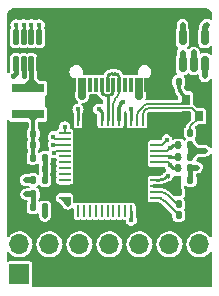
<source format=gbr>
%TF.GenerationSoftware,KiCad,Pcbnew,(6.0.0)*%
%TF.CreationDate,2022-03-30T16:35:39+08:00*%
%TF.ProjectId,USB2_Jtag_Bridge,55534232-5f4a-4746-9167-5f4272696467,rev?*%
%TF.SameCoordinates,Original*%
%TF.FileFunction,Copper,L1,Top*%
%TF.FilePolarity,Positive*%
%FSLAX46Y46*%
G04 Gerber Fmt 4.6, Leading zero omitted, Abs format (unit mm)*
G04 Created by KiCad (PCBNEW (6.0.0)) date 2022-03-30 16:35:39*
%MOMM*%
%LPD*%
G01*
G04 APERTURE LIST*
G04 Aperture macros list*
%AMRoundRect*
0 Rectangle with rounded corners*
0 $1 Rounding radius*
0 $2 $3 $4 $5 $6 $7 $8 $9 X,Y pos of 4 corners*
0 Add a 4 corners polygon primitive as box body*
4,1,4,$2,$3,$4,$5,$6,$7,$8,$9,$2,$3,0*
0 Add four circle primitives for the rounded corners*
1,1,$1+$1,$2,$3*
1,1,$1+$1,$4,$5*
1,1,$1+$1,$6,$7*
1,1,$1+$1,$8,$9*
0 Add four rect primitives between the rounded corners*
20,1,$1+$1,$2,$3,$4,$5,0*
20,1,$1+$1,$4,$5,$6,$7,0*
20,1,$1+$1,$6,$7,$8,$9,0*
20,1,$1+$1,$8,$9,$2,$3,0*%
G04 Aperture macros list end*
%TA.AperFunction,SMDPad,CuDef*%
%ADD10R,0.800000X0.900000*%
%TD*%
%TA.AperFunction,SMDPad,CuDef*%
%ADD11RoundRect,0.140000X-0.140000X-0.170000X0.140000X-0.170000X0.140000X0.170000X-0.140000X0.170000X0*%
%TD*%
%TA.AperFunction,SMDPad,CuDef*%
%ADD12RoundRect,0.135000X0.135000X0.185000X-0.135000X0.185000X-0.135000X-0.185000X0.135000X-0.185000X0*%
%TD*%
%TA.AperFunction,SMDPad,CuDef*%
%ADD13R,0.300000X1.150000*%
%TD*%
%TA.AperFunction,ComponentPad*%
%ADD14O,1.000000X2.100000*%
%TD*%
%TA.AperFunction,ComponentPad*%
%ADD15O,1.000000X1.600000*%
%TD*%
%TA.AperFunction,SMDPad,CuDef*%
%ADD16R,2.700000X0.800000*%
%TD*%
%TA.AperFunction,ComponentPad*%
%ADD17R,1.700000X1.700000*%
%TD*%
%TA.AperFunction,ComponentPad*%
%ADD18O,1.700000X1.700000*%
%TD*%
%TA.AperFunction,SMDPad,CuDef*%
%ADD19RoundRect,0.147500X0.147500X0.172500X-0.147500X0.172500X-0.147500X-0.172500X0.147500X-0.172500X0*%
%TD*%
%TA.AperFunction,SMDPad,CuDef*%
%ADD20RoundRect,0.135000X-0.135000X-0.185000X0.135000X-0.185000X0.135000X0.185000X-0.135000X0.185000X0*%
%TD*%
%TA.AperFunction,SMDPad,CuDef*%
%ADD21RoundRect,0.140000X0.140000X0.170000X-0.140000X0.170000X-0.140000X-0.170000X0.140000X-0.170000X0*%
%TD*%
%TA.AperFunction,SMDPad,CuDef*%
%ADD22RoundRect,0.150000X-0.150000X0.512500X-0.150000X-0.512500X0.150000X-0.512500X0.150000X0.512500X0*%
%TD*%
%TA.AperFunction,SMDPad,CuDef*%
%ADD23RoundRect,0.125000X0.125000X-0.537500X0.125000X0.537500X-0.125000X0.537500X-0.125000X-0.537500X0*%
%TD*%
%TA.AperFunction,SMDPad,CuDef*%
%ADD24RoundRect,0.062500X-0.062500X0.412500X-0.062500X-0.412500X0.062500X-0.412500X0.062500X0.412500X0*%
%TD*%
%TA.AperFunction,SMDPad,CuDef*%
%ADD25RoundRect,0.062500X-0.412500X0.062500X-0.412500X-0.062500X0.412500X-0.062500X0.412500X0.062500X0*%
%TD*%
%TA.AperFunction,SMDPad,CuDef*%
%ADD26R,6.200000X6.200000*%
%TD*%
%TA.AperFunction,ViaPad*%
%ADD27C,0.450000*%
%TD*%
%TA.AperFunction,Conductor*%
%ADD28C,0.150000*%
%TD*%
%TA.AperFunction,Conductor*%
%ADD29C,0.250000*%
%TD*%
%TA.AperFunction,Conductor*%
%ADD30C,0.200000*%
%TD*%
%TA.AperFunction,Conductor*%
%ADD31C,0.300000*%
%TD*%
%TA.AperFunction,Conductor*%
%ADD32C,0.500000*%
%TD*%
%TA.AperFunction,Conductor*%
%ADD33C,0.400000*%
%TD*%
%TA.AperFunction,Conductor*%
%ADD34C,0.650000*%
%TD*%
G04 APERTURE END LIST*
D10*
%TO.P,Y1,1,1*%
%TO.N,Net-(C3-Pad2)*%
X149430000Y-75390000D03*
%TO.P,Y1,2,2*%
%TO.N,VSS*%
X149430000Y-73990000D03*
%TO.P,Y1,3,3*%
%TO.N,Net-(C4-Pad2)*%
X148330000Y-73990000D03*
%TO.P,Y1,4,4*%
%TO.N,VSS*%
X148330000Y-75390000D03*
%TD*%
D11*
%TO.P,C1,1*%
%TO.N,Net-(C1-Pad1)*%
X147750000Y-82850000D03*
%TO.P,C1,2*%
%TO.N,VSS*%
X148710000Y-82850000D03*
%TD*%
D12*
%TO.P,R5,1*%
%TO.N,+3V3*%
X148740000Y-77870000D03*
%TO.P,R5,2*%
%TO.N,EEP_CS*%
X147720000Y-77870000D03*
%TD*%
D13*
%TO.P,J1,A1,GND*%
%TO.N,VSS*%
X145320000Y-72715001D03*
%TO.P,J1,A4,VBUS*%
%TO.N,VBUS*%
X144520000Y-72715001D03*
%TO.P,J1,A5,CC1*%
%TO.N,unconnected-(J1-PadA5)*%
X143220000Y-72715001D03*
%TO.P,J1,A6,DP1*%
%TO.N,DP*%
X142220000Y-72715001D03*
%TO.P,J1,A7,DN1*%
%TO.N,DM*%
X141720000Y-72715001D03*
%TO.P,J1,A8,SBU1*%
%TO.N,unconnected-(J1-PadA8)*%
X140720000Y-72715001D03*
%TO.P,J1,A9,VBUS*%
%TO.N,VBUS*%
X139420000Y-72715001D03*
%TO.P,J1,A12,GND*%
%TO.N,VSS*%
X138620000Y-72715001D03*
%TO.P,J1,B1,GND*%
X138920000Y-72715001D03*
%TO.P,J1,B4,VBUS*%
%TO.N,VBUS*%
X139720000Y-72715001D03*
%TO.P,J1,B5,CC2*%
%TO.N,unconnected-(J1-PadB5)*%
X140220000Y-72715001D03*
%TO.P,J1,B6,DP2*%
%TO.N,DP*%
X141220000Y-72715001D03*
%TO.P,J1,B7,DN2*%
%TO.N,DM*%
X142720000Y-72715001D03*
%TO.P,J1,B8,SBU2*%
%TO.N,unconnected-(J1-PadB8)*%
X143720000Y-72715001D03*
%TO.P,J1,B9,VBUS*%
%TO.N,VBUS*%
X144220000Y-72715001D03*
%TO.P,J1,B12,GND*%
%TO.N,VSS*%
X145020000Y-72715001D03*
D14*
%TO.P,J1,S1,SHIELD*%
X137650000Y-72150001D03*
D15*
X137650000Y-67970001D03*
X146290000Y-67970001D03*
D14*
X146290000Y-72150001D03*
%TD*%
D11*
%TO.P,C3,1*%
%TO.N,VSS*%
X147750000Y-76780000D03*
%TO.P,C3,2*%
%TO.N,Net-(C3-Pad2)*%
X148710000Y-76780000D03*
%TD*%
D16*
%TO.P,L1,1,1*%
%TO.N,Net-(C15-Pad2)*%
X134980000Y-73030000D03*
%TO.P,L1,2,2*%
%TO.N,3.3V*%
X134980000Y-75230000D03*
%TD*%
D11*
%TO.P,C16,1*%
%TO.N,3.3V*%
X135440000Y-76866569D03*
%TO.P,C16,2*%
%TO.N,VSS*%
X136400000Y-76866569D03*
%TD*%
D12*
%TO.P,R12,1*%
%TO.N,Net-(R12-Pad1)*%
X136410000Y-80800000D03*
%TO.P,R12,2*%
%TO.N,Net-(R12-Pad2)*%
X135390000Y-80800000D03*
%TD*%
D11*
%TO.P,C2,1*%
%TO.N,Net-(C2-Pad1)*%
X147750000Y-83770000D03*
%TO.P,C2,2*%
%TO.N,VSS*%
X148710000Y-83770000D03*
%TD*%
D17*
%TO.P,J2,1,Pin_1*%
%TO.N,unconnected-(J2-Pad1)*%
X134265000Y-88795000D03*
D18*
%TO.P,J2,2,Pin_2*%
%TO.N,Net-(J2-Pad2)*%
X134265000Y-86255000D03*
%TO.P,J2,3,Pin_3*%
%TO.N,VSS*%
X136805000Y-88795000D03*
%TO.P,J2,4,Pin_4*%
%TO.N,TMS*%
X136805000Y-86255000D03*
%TO.P,J2,5,Pin_5*%
%TO.N,VSS*%
X139345000Y-88795000D03*
%TO.P,J2,6,Pin_6*%
%TO.N,TCK*%
X139345000Y-86255000D03*
%TO.P,J2,7,Pin_7*%
%TO.N,VSS*%
X141885000Y-88795000D03*
%TO.P,J2,8,Pin_8*%
%TO.N,TDO*%
X141885000Y-86255000D03*
%TO.P,J2,9,Pin_9*%
%TO.N,VSS*%
X144425000Y-88795000D03*
%TO.P,J2,10,Pin_10*%
%TO.N,TDI*%
X144425000Y-86255000D03*
%TO.P,J2,11,Pin_11*%
%TO.N,VSS*%
X146965000Y-88795000D03*
%TO.P,J2,12,Pin_12*%
%TO.N,unconnected-(J2-Pad12)*%
X146965000Y-86255000D03*
%TO.P,J2,13,Pin_13*%
%TO.N,VSS*%
X149505000Y-88795000D03*
%TO.P,J2,14,Pin_14*%
%TO.N,unconnected-(J2-Pad14)*%
X149505000Y-86255000D03*
%TD*%
D19*
%TO.P,D1,1,K*%
%TO.N,VSS*%
X136387500Y-82010000D03*
%TO.P,D1,2,A*%
%TO.N,Net-(D1-Pad2)*%
X135417500Y-82010000D03*
%TD*%
D12*
%TO.P,R8,1*%
%TO.N,Net-(R6-Pad2)*%
X148740000Y-79740000D03*
%TO.P,R8,2*%
%TO.N,EEP_D*%
X147720000Y-79740000D03*
%TD*%
D20*
%TO.P,R14,1*%
%TO.N,3.3V*%
X135390000Y-78920000D03*
%TO.P,R14,2*%
%TO.N,Net-(R12-Pad1)*%
X136410000Y-78920000D03*
%TD*%
D21*
%TO.P,C4,1*%
%TO.N,VSS*%
X148710000Y-72460000D03*
%TO.P,C4,2*%
%TO.N,Net-(C4-Pad2)*%
X147750000Y-72460000D03*
%TD*%
D22*
%TO.P,U2,1,DO*%
%TO.N,Net-(R6-Pad2)*%
X149970000Y-68692500D03*
%TO.P,U2,2,GND*%
%TO.N,VSS*%
X149020000Y-68692500D03*
%TO.P,U2,3,DI*%
%TO.N,EEP_D*%
X148070000Y-68692500D03*
%TO.P,U2,4,CLK*%
%TO.N,EEP_CLK*%
X148070000Y-70967500D03*
%TO.P,U2,5,CS*%
%TO.N,EEP_CS*%
X149020000Y-70967500D03*
%TO.P,U2,6,VCC*%
%TO.N,+3V3*%
X149970000Y-70967500D03*
%TD*%
D11*
%TO.P,C7,1*%
%TO.N,+3V3*%
X147750000Y-81820000D03*
%TO.P,C7,2*%
%TO.N,VSS*%
X148710000Y-81820000D03*
%TD*%
D20*
%TO.P,R13,1*%
%TO.N,VSS*%
X135390000Y-79850000D03*
%TO.P,R13,2*%
%TO.N,Net-(R12-Pad1)*%
X136410000Y-79850000D03*
%TD*%
D23*
%TO.P,U3,1,PG*%
%TO.N,Net-(D1-Pad2)*%
X133975000Y-70967500D03*
%TO.P,U3,2,IN*%
%TO.N,VBUS*%
X134625000Y-70967500D03*
%TO.P,U3,3,SW*%
%TO.N,Net-(C15-Pad2)*%
X135275000Y-70967500D03*
%TO.P,U3,4,GND*%
%TO.N,VSS*%
X135925000Y-70967500D03*
%TO.P,U3,5,BST*%
%TO.N,Net-(R11-Pad2)*%
X135925000Y-68692500D03*
%TO.P,U3,6,EN*%
%TO.N,Net-(R10-Pad1)*%
X135275000Y-68692500D03*
%TO.P,U3,7,VCC*%
%TO.N,Net-(C14-Pad1)*%
X134625000Y-68692500D03*
%TO.P,U3,8,FB*%
%TO.N,Net-(R12-Pad2)*%
X133975000Y-68692500D03*
%TD*%
D12*
%TO.P,R7,1*%
%TO.N,+3V3*%
X148740000Y-78810000D03*
%TO.P,R7,2*%
%TO.N,EEP_CLK*%
X147720000Y-78810000D03*
%TD*%
D24*
%TO.P,U1,1,XCSI*%
%TO.N,Net-(C3-Pad2)*%
X144720000Y-75680000D03*
%TO.P,U1,2,XCSO*%
%TO.N,Net-(C4-Pad2)*%
X144220000Y-75680000D03*
%TO.P,U1,3,VPHY*%
%TO.N,+3V3*%
X143720000Y-75680000D03*
%TO.P,U1,4,AGND*%
%TO.N,VSS*%
X143220000Y-75680000D03*
%TO.P,U1,5,REF*%
%TO.N,Net-(R3-Pad1)*%
X142720000Y-75680000D03*
%TO.P,U1,6,DM*%
%TO.N,DM*%
X142220000Y-75680000D03*
%TO.P,U1,7,DP*%
%TO.N,DP*%
X141720000Y-75680000D03*
%TO.P,U1,8,VPLL*%
%TO.N,+3V3*%
X141220000Y-75680000D03*
%TO.P,U1,9,AGND*%
%TO.N,VSS*%
X140720000Y-75680000D03*
%TO.P,U1,10,GND*%
X140220000Y-75680000D03*
%TO.P,U1,11,GND*%
X139720000Y-75680000D03*
%TO.P,U1,12,VCCIO*%
%TO.N,+3V3*%
X139220000Y-75680000D03*
D25*
%TO.P,U1,13,ADBUS0*%
%TO.N,TCK*%
X138095000Y-76805000D03*
%TO.P,U1,14,ADBUS1*%
%TO.N,TDI*%
X138095000Y-77305000D03*
%TO.P,U1,15,ADBUS2*%
%TO.N,TDO*%
X138095000Y-77805000D03*
%TO.P,U1,16,ADBUS3*%
%TO.N,TMS*%
X138095000Y-78305000D03*
%TO.P,U1,17,ADBUS4*%
%TO.N,unconnected-(U1-Pad17)*%
X138095000Y-78805000D03*
%TO.P,U1,18,ADBUS5*%
%TO.N,unconnected-(U1-Pad18)*%
X138095000Y-79305000D03*
%TO.P,U1,19,ADBUS6*%
%TO.N,unconnected-(U1-Pad19)*%
X138095000Y-79805000D03*
%TO.P,U1,20,ADBUS7*%
%TO.N,unconnected-(U1-Pad20)*%
X138095000Y-80305000D03*
%TO.P,U1,21,ACBUS0*%
%TO.N,unconnected-(U1-Pad21)*%
X138095000Y-80805000D03*
%TO.P,U1,22,GND*%
%TO.N,VSS*%
X138095000Y-81305000D03*
%TO.P,U1,23,GND*%
X138095000Y-81805000D03*
%TO.P,U1,24,VCCIO*%
%TO.N,+3V3*%
X138095000Y-82305000D03*
D24*
%TO.P,U1,25,ACBUS1*%
%TO.N,unconnected-(U1-Pad25)*%
X139220000Y-83430000D03*
%TO.P,U1,26,ACBUS2*%
%TO.N,unconnected-(U1-Pad26)*%
X139720000Y-83430000D03*
%TO.P,U1,27,ACBUS3*%
%TO.N,unconnected-(U1-Pad27)*%
X140220000Y-83430000D03*
%TO.P,U1,28,ACBUS4*%
%TO.N,unconnected-(U1-Pad28)*%
X140720000Y-83430000D03*
%TO.P,U1,29,ACBUS5*%
%TO.N,unconnected-(U1-Pad29)*%
X141220000Y-83430000D03*
%TO.P,U1,30,ACBUS6*%
%TO.N,unconnected-(U1-Pad30)*%
X141720000Y-83430000D03*
%TO.P,U1,31,ACBUS7*%
%TO.N,unconnected-(U1-Pad31)*%
X142220000Y-83430000D03*
%TO.P,U1,32,ACBUS8*%
%TO.N,unconnected-(U1-Pad32)*%
X142720000Y-83430000D03*
%TO.P,U1,33,ACBUS9*%
%TO.N,unconnected-(U1-Pad33)*%
X143220000Y-83430000D03*
%TO.P,U1,34,~{RESET}*%
%TO.N,RESET*%
X143720000Y-83430000D03*
%TO.P,U1,35,GND*%
%TO.N,VSS*%
X144220000Y-83430000D03*
%TO.P,U1,36,GND*%
X144720000Y-83430000D03*
D25*
%TO.P,U1,37,VCCA*%
%TO.N,Net-(C2-Pad1)*%
X145845000Y-82305000D03*
%TO.P,U1,38,VCCCORE*%
%TO.N,Net-(C1-Pad1)*%
X145845000Y-81805000D03*
%TO.P,U1,39,VCCD*%
%TO.N,+3V3*%
X145845000Y-81305000D03*
%TO.P,U1,40,VREGIN*%
%TO.N,VBUS*%
X145845000Y-80805000D03*
%TO.P,U1,41,AGND*%
%TO.N,VSS*%
X145845000Y-80305000D03*
%TO.P,U1,42,TEST*%
X145845000Y-79805000D03*
%TO.P,U1,43,EEDATA*%
%TO.N,EEP_D*%
X145845000Y-79305000D03*
%TO.P,U1,44,EECLK*%
%TO.N,EEP_CLK*%
X145845000Y-78805000D03*
%TO.P,U1,45,EECS*%
%TO.N,EEP_CS*%
X145845000Y-78305000D03*
%TO.P,U1,46,VCCIO*%
%TO.N,+3V3*%
X145845000Y-77805000D03*
%TO.P,U1,47,GND*%
%TO.N,VSS*%
X145845000Y-77305000D03*
%TO.P,U1,48,GND*%
X145845000Y-76805000D03*
D26*
%TO.P,U1,49,EP*%
X141970000Y-79555000D03*
%TD*%
D20*
%TO.P,R6,1*%
%TO.N,+3V3*%
X147720000Y-80800000D03*
%TO.P,R6,2*%
%TO.N,Net-(R6-Pad2)*%
X148740000Y-80800000D03*
%TD*%
%TO.P,R9,1*%
%TO.N,Net-(D1-Pad2)*%
X135390000Y-83110000D03*
%TO.P,R9,2*%
%TO.N,VBUS*%
X136410000Y-83110000D03*
%TD*%
D11*
%TO.P,C17,1*%
%TO.N,3.3V*%
X135440000Y-77796568D03*
%TO.P,C17,2*%
%TO.N,VSS*%
X136400000Y-77796568D03*
%TD*%
D27*
%TO.N,VSS*%
X143070000Y-78540000D03*
X149840000Y-76670000D03*
X141070000Y-80540000D03*
X141070000Y-79540000D03*
X136720000Y-76140000D03*
X149300000Y-83310000D03*
X142925000Y-70030000D03*
X149250000Y-82330000D03*
X141925000Y-69030000D03*
X149020000Y-67640000D03*
X143070000Y-80540000D03*
X140925000Y-68030000D03*
X141070000Y-78540000D03*
X142070000Y-78540000D03*
X141925000Y-70030000D03*
X142070000Y-80540000D03*
X142070000Y-79540000D03*
X137380000Y-75720000D03*
X146820000Y-75650000D03*
X142925000Y-68030000D03*
X141925000Y-68030000D03*
X143070000Y-79540000D03*
X142925000Y-69030000D03*
X140925000Y-70030000D03*
X140925000Y-69030000D03*
X149840000Y-73270000D03*
%TO.N,RESET*%
X143720000Y-84180000D03*
%TO.N,+3V3*%
X146730000Y-77400000D03*
X143720000Y-74800000D03*
X146740000Y-81300000D03*
X149970000Y-72000000D03*
X140960000Y-74800000D03*
X139220000Y-74800000D03*
X138350000Y-82820000D03*
X149970000Y-78310000D03*
%TO.N,VBUS*%
X136410000Y-83820000D03*
X139570000Y-73700000D03*
X134625000Y-72000000D03*
X146870000Y-80450000D03*
X144380000Y-73690000D03*
%TO.N,Net-(C14-Pad1)*%
X134625000Y-67660000D03*
%TO.N,Net-(C15-Pad2)*%
X135690000Y-73000000D03*
%TO.N,3.3V*%
X134980000Y-75230000D03*
%TO.N,Net-(D1-Pad2)*%
X133750000Y-72000000D03*
X134840000Y-82010000D03*
%TO.N,TDI*%
X137130000Y-77130000D03*
%TO.N,TDO*%
X137140000Y-77800000D03*
%TO.N,TCK*%
X138100000Y-76290000D03*
%TO.N,TMS*%
X137169500Y-78470000D03*
%TO.N,EEP_CS*%
X147000000Y-78100000D03*
X149030000Y-70000000D03*
%TO.N,Net-(R6-Pad2)*%
X149300000Y-79740000D03*
X150170000Y-67650000D03*
%TO.N,EEP_CLK*%
X148070000Y-70010000D03*
X147000000Y-78810000D03*
%TO.N,EEP_D*%
X147000000Y-79500000D03*
X148070000Y-67650000D03*
%TO.N,Net-(R10-Pad1)*%
X135275000Y-67660000D03*
%TO.N,Net-(R11-Pad2)*%
X135925000Y-67670000D03*
%TO.N,Net-(R12-Pad2)*%
X134790000Y-80800000D03*
X133975000Y-67660000D03*
%TO.N,Net-(R3-Pad1)*%
X143000000Y-74160000D03*
%TD*%
D28*
%TO.N,Net-(C3-Pad2)*%
X144720001Y-75227107D02*
G75*
G02*
X144866446Y-74873554I500001J0D01*
G01*
X145257107Y-74690000D02*
G75*
G03*
X144903553Y-74836447I-1J-499997D01*
G01*
%TO.N,Net-(C4-Pad2)*%
X144220001Y-75267107D02*
G75*
G02*
X144366446Y-74913554I500001J0D01*
G01*
X145127107Y-74360000D02*
G75*
G03*
X144773553Y-74506447I-1J-499997D01*
G01*
%TO.N,Net-(C3-Pad2)*%
X144720000Y-75227107D02*
X144720000Y-75680000D01*
X144903553Y-74836447D02*
X144866446Y-74873554D01*
X148840000Y-74690000D02*
X145257107Y-74690000D01*
X149430000Y-75280000D02*
X148840000Y-74690000D01*
X149430000Y-75390000D02*
X149430000Y-75280000D01*
%TO.N,Net-(C4-Pad2)*%
X144220000Y-75267107D02*
X144220000Y-75680000D01*
X144773553Y-74506447D02*
X144366446Y-74913554D01*
X147960000Y-74360000D02*
X145127107Y-74360000D01*
X148330000Y-73990000D02*
X147960000Y-74360000D01*
%TO.N,Net-(C3-Pad2)*%
X149430000Y-75540000D02*
X148710000Y-76260000D01*
X149430000Y-75390000D02*
X149430000Y-75540000D01*
X148710000Y-76260000D02*
X148710000Y-76780000D01*
D29*
%TO.N,RESET*%
X143720000Y-83430000D02*
X143720000Y-84180000D01*
%TO.N,+3V3*%
X138387500Y-82887500D02*
X138132500Y-82632500D01*
D30*
X146325000Y-77805000D02*
X146730000Y-77400000D01*
X145845000Y-77805000D02*
X146325000Y-77805000D01*
D29*
X138440000Y-82800000D02*
X138440000Y-82540000D01*
X143720000Y-74800000D02*
X143720000Y-75680000D01*
X140960000Y-74800000D02*
X141220000Y-75060000D01*
X141220000Y-75060000D02*
X141220000Y-75680000D01*
D31*
X148740000Y-78810000D02*
X148740000Y-77870000D01*
D32*
X149180000Y-78310000D02*
X148740000Y-77870000D01*
D29*
X138117500Y-82617500D02*
X137862500Y-82362500D01*
X139220000Y-75680000D02*
X139220000Y-74800000D01*
D32*
X149970000Y-78310000D02*
X149240000Y-78310000D01*
D29*
X138440000Y-82620000D02*
X138440000Y-82360000D01*
D32*
X149240000Y-78310000D02*
X148740000Y-78810000D01*
D29*
X138377500Y-82617500D02*
X138122500Y-82362500D01*
D32*
X149970000Y-72000000D02*
X149970000Y-70967500D01*
D29*
%TO.N,VBUS*%
X146807893Y-80512107D02*
X146870000Y-80450000D01*
D32*
X136410000Y-83820000D02*
X136410000Y-83110000D01*
D33*
X134625000Y-70967500D02*
X134625000Y-72000000D01*
D34*
X139570000Y-73700000D02*
X139570000Y-73018916D01*
D29*
X145845000Y-80805000D02*
X146100786Y-80805000D01*
D34*
X144380000Y-73690000D02*
X144380000Y-72875001D01*
D29*
X146100786Y-80804999D02*
G75*
G03*
X146807892Y-80512106I3J999993D01*
G01*
%TO.N,Net-(C14-Pad1)*%
X134625000Y-67660000D02*
X134625000Y-68692500D01*
D32*
%TO.N,Net-(C15-Pad2)*%
X135342500Y-72512500D02*
X135637500Y-72807500D01*
X135207500Y-72512500D02*
X134912500Y-72807500D01*
D33*
X135275000Y-70967500D02*
X135275000Y-72735000D01*
D31*
%TO.N,3.3V*%
X135440000Y-77796568D02*
X135440000Y-78400000D01*
X135440000Y-75690000D02*
X134980000Y-75230000D01*
X135900000Y-75230000D02*
X135440000Y-75690001D01*
X135440000Y-76866569D02*
X135440000Y-77796568D01*
X135440000Y-78400000D02*
X135390000Y-78450000D01*
X135390000Y-78450000D02*
X135390000Y-78920000D01*
X134980000Y-75230000D02*
X135900000Y-75230000D01*
X135440000Y-76866569D02*
X135440000Y-75690000D01*
D33*
%TO.N,Net-(D1-Pad2)*%
X133975000Y-71775000D02*
X133750000Y-72000000D01*
X135417500Y-82010000D02*
X135417500Y-83082500D01*
X133975000Y-70967500D02*
X133975000Y-71775000D01*
D32*
X135417500Y-82010000D02*
X134840000Y-82010000D01*
D33*
X135417500Y-83082500D02*
X135390000Y-83110000D01*
D29*
%TO.N,DP*%
X141770000Y-73630000D02*
X141875736Y-73630000D01*
X141720000Y-73680000D02*
X141770000Y-73630000D01*
X142220000Y-73285736D02*
X142220000Y-72715000D01*
X141219999Y-72715000D02*
X141219999Y-73285735D01*
X142087868Y-73542132D02*
X142132132Y-73497868D01*
X141564264Y-73630000D02*
X141770000Y-73630000D01*
X141307867Y-73497867D02*
X141352132Y-73542132D01*
X141720000Y-75680000D02*
X141720000Y-73680000D01*
X141564264Y-73629999D02*
G75*
G02*
X141352133Y-73542131I-1J299997D01*
G01*
X141220000Y-73285735D02*
G75*
G03*
X141307868Y-73497866I299997J-1D01*
G01*
X142219999Y-73285736D02*
G75*
G02*
X142132131Y-73497867I-299997J-1D01*
G01*
X141875736Y-73629999D02*
G75*
G03*
X142087867Y-73542131I1J299997D01*
G01*
%TO.N,DM*%
X142632133Y-71922133D02*
X142587868Y-71877868D01*
D30*
X142720000Y-73318128D02*
X142720000Y-72715001D01*
D29*
X142375736Y-71790000D02*
X142084264Y-71790000D01*
D30*
X142220000Y-75680000D02*
X142220000Y-74315184D01*
D29*
X142720001Y-72715000D02*
X142720001Y-72134265D01*
D30*
X142395736Y-73890920D02*
X142544264Y-73742392D01*
D29*
X141872132Y-71877868D02*
X141807868Y-71942132D01*
X141720000Y-72154264D02*
X141720000Y-72715000D01*
X142720000Y-72134265D02*
G75*
G03*
X142632132Y-71922134I-299997J1D01*
G01*
D30*
X142544264Y-73742392D02*
G75*
G03*
X142720000Y-73318128I-424260J424263D01*
G01*
X142395736Y-73890920D02*
G75*
G03*
X142220000Y-74315184I424260J-424263D01*
G01*
D29*
X142375736Y-71790001D02*
G75*
G02*
X142587867Y-71877869I1J-299997D01*
G01*
X141720001Y-72154264D02*
G75*
G02*
X141807869Y-71942133I299997J1D01*
G01*
X141872132Y-71877868D02*
G75*
G02*
X142084264Y-71790000I212131J-212130D01*
G01*
D30*
%TO.N,TDI*%
X138095000Y-77305000D02*
X137305000Y-77305000D01*
X137305000Y-77305000D02*
X137130000Y-77130000D01*
%TO.N,TDO*%
X137145000Y-77805000D02*
X137140000Y-77800000D01*
X138095000Y-77805000D02*
X137145000Y-77805000D01*
%TO.N,TCK*%
X138100000Y-76800000D02*
X138095000Y-76805000D01*
X138100000Y-76290000D02*
X138100000Y-76800000D01*
%TO.N,TMS*%
X137334500Y-78305000D02*
X137169500Y-78470000D01*
X138095000Y-78305000D02*
X137334500Y-78305000D01*
D32*
%TO.N,EEP_CS*%
X149020000Y-70967500D02*
X149020000Y-70010000D01*
D30*
X146795000Y-78305000D02*
X147000000Y-78100000D01*
D29*
X147820000Y-77870000D02*
X147230000Y-77870000D01*
X147230000Y-77870000D02*
X147000000Y-78100000D01*
D32*
X149020000Y-70010000D02*
X149030000Y-70000000D01*
D30*
X145845001Y-78305000D02*
X146795000Y-78305000D01*
D32*
%TO.N,Net-(R6-Pad2)*%
X149970000Y-67850000D02*
X149970000Y-68692500D01*
D33*
X148740000Y-80800000D02*
X148740000Y-79740000D01*
D32*
X148740000Y-79740000D02*
X149300000Y-79740000D01*
X150170000Y-67650000D02*
X149970000Y-67850000D01*
D30*
%TO.N,EEP_CLK*%
X145845000Y-78805000D02*
X146995000Y-78805000D01*
D32*
X148070000Y-70967500D02*
X148070000Y-70010000D01*
D29*
X147000000Y-78810000D02*
X147820000Y-78810000D01*
D30*
%TO.N,EEP_D*%
X145845000Y-79305000D02*
X146805000Y-79305000D01*
D29*
X147820000Y-79740000D02*
X147240000Y-79740000D01*
D32*
X148070000Y-68692500D02*
X148070000Y-67650000D01*
D29*
X147240000Y-79740000D02*
X147000000Y-79500000D01*
D30*
X146805000Y-79305000D02*
X147000000Y-79500000D01*
D29*
%TO.N,Net-(R10-Pad1)*%
X135275000Y-67660000D02*
X135275000Y-68692500D01*
%TO.N,Net-(R11-Pad2)*%
X135925000Y-67670000D02*
X135925000Y-68692500D01*
D33*
%TO.N,Net-(R12-Pad1)*%
X136410000Y-78830000D02*
X136410000Y-80870000D01*
D32*
%TO.N,Net-(R12-Pad2)*%
X135390000Y-80800000D02*
X134790000Y-80800000D01*
D29*
X133975000Y-67660000D02*
X133975000Y-68692500D01*
D30*
%TO.N,Net-(C1-Pad1)*%
X145845000Y-81805000D02*
X146170786Y-81805000D01*
X146877893Y-82097893D02*
X147630000Y-82850000D01*
X146877893Y-82097893D02*
G75*
G03*
X146170786Y-81805000I-707106J-707106D01*
G01*
%TO.N,Net-(C2-Pad1)*%
X145845000Y-82305000D02*
X145870786Y-82305000D01*
X146577893Y-82597893D02*
X147750000Y-83770000D01*
X145870786Y-82305001D02*
G75*
G02*
X146577892Y-82597894I3J-999993D01*
G01*
D31*
%TO.N,Net-(C4-Pad2)*%
X148042893Y-73507893D02*
X148230000Y-73695000D01*
X147750000Y-72460000D02*
X147750000Y-72800786D01*
X148042893Y-73507893D02*
G75*
G02*
X147750000Y-72800786I707106J707106D01*
G01*
%TO.N,Net-(R3-Pad1)*%
X142720000Y-75680000D02*
X142720000Y-74688528D01*
X142895736Y-74264264D02*
X143000000Y-74160000D01*
X142720000Y-74688528D02*
G75*
G02*
X142895736Y-74264264I599996J1D01*
G01*
%TD*%
%TA.AperFunction,Conductor*%
%TO.N,VSS*%
G36*
X150014938Y-66261902D02*
G01*
X150020437Y-66262996D01*
X150020438Y-66262996D01*
X150030000Y-66264898D01*
X150039564Y-66262995D01*
X150049313Y-66262995D01*
X150049313Y-66263988D01*
X150061019Y-66263495D01*
X150141299Y-66272541D01*
X150162911Y-66277473D01*
X150178693Y-66282995D01*
X150258113Y-66310785D01*
X150278080Y-66320401D01*
X150363169Y-66373867D01*
X150363472Y-66374057D01*
X150380804Y-66387878D01*
X150452122Y-66459196D01*
X150465943Y-66476528D01*
X150519599Y-66561920D01*
X150529215Y-66581887D01*
X150544991Y-66626973D01*
X150562527Y-66677089D01*
X150567459Y-66698701D01*
X150576505Y-66778981D01*
X150576012Y-66790687D01*
X150577005Y-66790687D01*
X150577005Y-66800436D01*
X150575102Y-66810000D01*
X150577004Y-66819562D01*
X150577004Y-66819563D01*
X150578098Y-66825062D01*
X150580000Y-66844376D01*
X150580000Y-67136926D01*
X150561093Y-67195117D01*
X150511593Y-67231081D01*
X150450407Y-67231081D01*
X150432928Y-67223471D01*
X150356552Y-67181048D01*
X150350384Y-67177622D01*
X150343505Y-67176065D01*
X150343504Y-67176065D01*
X150217430Y-67147537D01*
X150217429Y-67147537D01*
X150210553Y-67145981D01*
X150147276Y-67149907D01*
X150074500Y-67154422D01*
X150074498Y-67154422D01*
X150067462Y-67154859D01*
X150004407Y-67177622D01*
X149939249Y-67201144D01*
X149939247Y-67201145D01*
X149932613Y-67203540D01*
X149926918Y-67207700D01*
X149926915Y-67207702D01*
X149846750Y-67266267D01*
X149846746Y-67266270D01*
X149843664Y-67268522D01*
X149663581Y-67448605D01*
X149653601Y-67456579D01*
X149653616Y-67456596D01*
X149648246Y-67461166D01*
X149642280Y-67464930D01*
X149637612Y-67470215D01*
X149637609Y-67470218D01*
X149606708Y-67505208D01*
X149602508Y-67509678D01*
X149590680Y-67521506D01*
X149586924Y-67526518D01*
X149583902Y-67530550D01*
X149578896Y-67536699D01*
X149547377Y-67572388D01*
X149543018Y-67581671D01*
X149532627Y-67598966D01*
X149526474Y-67607176D01*
X149523998Y-67613781D01*
X149509765Y-67651746D01*
X149506680Y-67659066D01*
X149489446Y-67695774D01*
X149489445Y-67695778D01*
X149486447Y-67702163D01*
X149485362Y-67709131D01*
X149485361Y-67709135D01*
X149484870Y-67712292D01*
X149479747Y-67731820D01*
X149476148Y-67741420D01*
X149473119Y-67782189D01*
X149472620Y-67788898D01*
X149471713Y-67796793D01*
X149470088Y-67807228D01*
X149470087Y-67807236D01*
X149469500Y-67811009D01*
X149469500Y-67827209D01*
X149469228Y-67834545D01*
X149465524Y-67884392D01*
X149466996Y-67891287D01*
X149466996Y-67891289D01*
X149467319Y-67892801D01*
X149469500Y-67913468D01*
X149469500Y-67961950D01*
X149458710Y-68006894D01*
X149434354Y-68054696D01*
X149419500Y-68148481D01*
X149419501Y-69236518D01*
X149434354Y-69330304D01*
X149491950Y-69443342D01*
X149581658Y-69533050D01*
X149588595Y-69536585D01*
X149588597Y-69536586D01*
X149674520Y-69580366D01*
X149694696Y-69590646D01*
X149702390Y-69591865D01*
X149702391Y-69591865D01*
X149784635Y-69604891D01*
X149784637Y-69604891D01*
X149788481Y-69605500D01*
X149969976Y-69605500D01*
X150151518Y-69605499D01*
X150155361Y-69604890D01*
X150155366Y-69604890D01*
X150192217Y-69599053D01*
X150245304Y-69590646D01*
X150309962Y-69557701D01*
X150351403Y-69536586D01*
X150351405Y-69536585D01*
X150358342Y-69533050D01*
X150410996Y-69480396D01*
X150465513Y-69452619D01*
X150525945Y-69462190D01*
X150569210Y-69505455D01*
X150580000Y-69550400D01*
X150580000Y-70109600D01*
X150561093Y-70167791D01*
X150511593Y-70203755D01*
X150450407Y-70203755D01*
X150410996Y-70179604D01*
X150358342Y-70126950D01*
X150351405Y-70123415D01*
X150351403Y-70123414D01*
X150252244Y-70072890D01*
X150252243Y-70072890D01*
X150245304Y-70069354D01*
X150237610Y-70068135D01*
X150237609Y-70068135D01*
X150155365Y-70055109D01*
X150155363Y-70055109D01*
X150151519Y-70054500D01*
X149970024Y-70054500D01*
X149788482Y-70054501D01*
X149784639Y-70055110D01*
X149784634Y-70055110D01*
X149747783Y-70060947D01*
X149694696Y-70069354D01*
X149687757Y-70072890D01*
X149687756Y-70072890D01*
X149676868Y-70078438D01*
X149616436Y-70088012D01*
X149561918Y-70060236D01*
X149534139Y-70005720D01*
X149533192Y-69982896D01*
X149533954Y-69972644D01*
X149533954Y-69972639D01*
X149534476Y-69965609D01*
X149504546Y-69825401D01*
X149436468Y-69699229D01*
X149335714Y-69597237D01*
X149210384Y-69527622D01*
X149203505Y-69526065D01*
X149203504Y-69526065D01*
X149077430Y-69497537D01*
X149077428Y-69497537D01*
X149070552Y-69495981D01*
X148992274Y-69500838D01*
X148934501Y-69504422D01*
X148934499Y-69504422D01*
X148927462Y-69504859D01*
X148792613Y-69553540D01*
X148786921Y-69557698D01*
X148786916Y-69557701D01*
X148714163Y-69610851D01*
X148708591Y-69614638D01*
X148698245Y-69621166D01*
X148698243Y-69621168D01*
X148692280Y-69624930D01*
X148687613Y-69630214D01*
X148687611Y-69630216D01*
X148656708Y-69665208D01*
X148652508Y-69669678D01*
X148640680Y-69681506D01*
X148633902Y-69690550D01*
X148628896Y-69696699D01*
X148618917Y-69707998D01*
X148566227Y-69739097D01*
X148505318Y-69733287D01*
X148469715Y-69707086D01*
X148458621Y-69694210D01*
X148442530Y-69675536D01*
X148418869Y-69619111D01*
X148432893Y-69559554D01*
X148456353Y-69534064D01*
X148458342Y-69533050D01*
X148548050Y-69443342D01*
X148601014Y-69339396D01*
X148602110Y-69337244D01*
X148602110Y-69337243D01*
X148605646Y-69330304D01*
X148620500Y-69236519D01*
X148620499Y-68148482D01*
X148616470Y-68123038D01*
X148614053Y-68107783D01*
X148605646Y-68054696D01*
X148581290Y-68006894D01*
X148570500Y-67961950D01*
X148570500Y-67614060D01*
X148567177Y-67590852D01*
X148556323Y-67515066D01*
X148555323Y-67508082D01*
X148528281Y-67448605D01*
X148498905Y-67383996D01*
X148498904Y-67383995D01*
X148495984Y-67377572D01*
X148402400Y-67268963D01*
X148282095Y-67190985D01*
X148144739Y-67149907D01*
X148061497Y-67149398D01*
X148008427Y-67149074D01*
X148008426Y-67149074D01*
X148001376Y-67149031D01*
X147994599Y-67150968D01*
X147994598Y-67150968D01*
X147870309Y-67186490D01*
X147870307Y-67186491D01*
X147863529Y-67188428D01*
X147742280Y-67264930D01*
X147737613Y-67270214D01*
X147737611Y-67270216D01*
X147652044Y-67367103D01*
X147652042Y-67367105D01*
X147647377Y-67372388D01*
X147644381Y-67378770D01*
X147644380Y-67378771D01*
X147629164Y-67411180D01*
X147586447Y-67502163D01*
X147585362Y-67509134D01*
X147585361Y-67509136D01*
X147582027Y-67530550D01*
X147569500Y-67611009D01*
X147569500Y-67961950D01*
X147558710Y-68006894D01*
X147534354Y-68054696D01*
X147519500Y-68148481D01*
X147519501Y-69236518D01*
X147534354Y-69330304D01*
X147591950Y-69443342D01*
X147681658Y-69533050D01*
X147682698Y-69533580D01*
X147716690Y-69580366D01*
X147716691Y-69641551D01*
X147696740Y-69676494D01*
X147694512Y-69679017D01*
X147647377Y-69732388D01*
X147586447Y-69862163D01*
X147569500Y-69971009D01*
X147569500Y-70236950D01*
X147558710Y-70281894D01*
X147534354Y-70329696D01*
X147519500Y-70423481D01*
X147519501Y-71511518D01*
X147520110Y-71515361D01*
X147520110Y-71515366D01*
X147525256Y-71547858D01*
X147534354Y-71605304D01*
X147549850Y-71635716D01*
X147584252Y-71703233D01*
X147591950Y-71718342D01*
X147609215Y-71735607D01*
X147636992Y-71790124D01*
X147627421Y-71850556D01*
X147584156Y-71893821D01*
X147554697Y-71903392D01*
X147495519Y-71912764D01*
X147495516Y-71912765D01*
X147487825Y-71913983D01*
X147450793Y-71932852D01*
X147384548Y-71966605D01*
X147384546Y-71966606D01*
X147377609Y-71970141D01*
X147290141Y-72057609D01*
X147286606Y-72064546D01*
X147286605Y-72064548D01*
X147250742Y-72134934D01*
X147233983Y-72167825D01*
X147232764Y-72175519D01*
X147232764Y-72175520D01*
X147224300Y-72228961D01*
X147219500Y-72259265D01*
X147219501Y-72660734D01*
X147220110Y-72664577D01*
X147220110Y-72664582D01*
X147229642Y-72724765D01*
X147233983Y-72752175D01*
X147262062Y-72807283D01*
X147280815Y-72844087D01*
X147290141Y-72862391D01*
X147328422Y-72900672D01*
X147356199Y-72955189D01*
X147357206Y-72964201D01*
X147358502Y-72983980D01*
X147359131Y-72987142D01*
X147359132Y-72987150D01*
X147369407Y-73038805D01*
X147394318Y-73164040D01*
X147453330Y-73337884D01*
X147492058Y-73416416D01*
X147510925Y-73454674D01*
X147534529Y-73502539D01*
X147636524Y-73655186D01*
X147654933Y-73676178D01*
X147679085Y-73732392D01*
X147679500Y-73741451D01*
X147679500Y-73935500D01*
X147660593Y-73993691D01*
X147611093Y-74029655D01*
X147580500Y-74034500D01*
X145164245Y-74034500D01*
X145147054Y-74032996D01*
X145135638Y-74030983D01*
X145135637Y-74030983D01*
X145127108Y-74029479D01*
X145118579Y-74030983D01*
X145118577Y-74030983D01*
X145106509Y-74033111D01*
X145097085Y-74034310D01*
X145013375Y-74040898D01*
X144953881Y-74026614D01*
X144914144Y-73980089D01*
X144909343Y-73919092D01*
X144914144Y-73904318D01*
X144938202Y-73846236D01*
X144938203Y-73846233D01*
X144940687Y-73840236D01*
X144955500Y-73727720D01*
X144955500Y-72837281D01*
X144940687Y-72724765D01*
X144928036Y-72694223D01*
X144920500Y-72656337D01*
X144920500Y-72309323D01*
X144939407Y-72251132D01*
X144988907Y-72215168D01*
X144997535Y-72213215D01*
X144997535Y-72213214D01*
X145003800Y-72211535D01*
X145010236Y-72210688D01*
X145046705Y-72195582D01*
X145144240Y-72155182D01*
X145144244Y-72155180D01*
X145150233Y-72152699D01*
X145155375Y-72148753D01*
X145155379Y-72148751D01*
X145265302Y-72064403D01*
X145270451Y-72060452D01*
X145291966Y-72032413D01*
X145358750Y-71945380D01*
X145358752Y-71945376D01*
X145362698Y-71940234D01*
X145365179Y-71934245D01*
X145365181Y-71934241D01*
X145418203Y-71806234D01*
X145420687Y-71800237D01*
X145440466Y-71650001D01*
X145420687Y-71499765D01*
X145406367Y-71465194D01*
X145365181Y-71365761D01*
X145365179Y-71365757D01*
X145362698Y-71359768D01*
X145358752Y-71354626D01*
X145358750Y-71354622D01*
X145274402Y-71244699D01*
X145270451Y-71239550D01*
X145265302Y-71235599D01*
X145155379Y-71151251D01*
X145155375Y-71151249D01*
X145150233Y-71147303D01*
X145144244Y-71144822D01*
X145144240Y-71144820D01*
X145016233Y-71091798D01*
X145010236Y-71089314D01*
X144897720Y-71074501D01*
X144822280Y-71074501D01*
X144709764Y-71089314D01*
X144703767Y-71091798D01*
X144575760Y-71144820D01*
X144575756Y-71144822D01*
X144569767Y-71147303D01*
X144564625Y-71151249D01*
X144564621Y-71151251D01*
X144454698Y-71235599D01*
X144449549Y-71239550D01*
X144445598Y-71244699D01*
X144361250Y-71354622D01*
X144361248Y-71354626D01*
X144357302Y-71359768D01*
X144354821Y-71365757D01*
X144354819Y-71365761D01*
X144313633Y-71465194D01*
X144299313Y-71499765D01*
X144279534Y-71650001D01*
X144280381Y-71656435D01*
X144296330Y-71777579D01*
X144285180Y-71837740D01*
X144240798Y-71879857D01*
X144198177Y-71889501D01*
X144045326Y-71889501D01*
X143989312Y-71900643D01*
X143950688Y-71900643D01*
X143894674Y-71889501D01*
X143545326Y-71889501D01*
X143489312Y-71900643D01*
X143450688Y-71900643D01*
X143394674Y-71889501D01*
X143114450Y-71889501D01*
X143056259Y-71870594D01*
X143027140Y-71837170D01*
X142984375Y-71757162D01*
X142955649Y-71722159D01*
X142949019Y-71713071D01*
X142946294Y-71708851D01*
X142943596Y-71703233D01*
X142940039Y-71699002D01*
X142924544Y-71683507D01*
X142918025Y-71676314D01*
X142916866Y-71674902D01*
X142913296Y-71670281D01*
X142905542Y-71659608D01*
X142905539Y-71659605D01*
X142900961Y-71653304D01*
X142893565Y-71647930D01*
X142888007Y-71643892D01*
X142866109Y-71621994D01*
X142861277Y-71615344D01*
X142856697Y-71609040D01*
X142850393Y-71604460D01*
X142850391Y-71604458D01*
X142839710Y-71596697D01*
X142835096Y-71593133D01*
X142756596Y-71528709D01*
X142756594Y-71528708D01*
X142752839Y-71525626D01*
X142748551Y-71523334D01*
X142639781Y-71465195D01*
X142639779Y-71465194D01*
X142635489Y-71462901D01*
X142630835Y-71461489D01*
X142630832Y-71461488D01*
X142512811Y-71425687D01*
X142512810Y-71425687D01*
X142508156Y-71424275D01*
X142503315Y-71423798D01*
X142503314Y-71423798D01*
X142463104Y-71419838D01*
X142451967Y-71418097D01*
X142447067Y-71417042D01*
X142441188Y-71414977D01*
X142435681Y-71414500D01*
X142413769Y-71414500D01*
X142404092Y-71414026D01*
X142402229Y-71413842D01*
X142396476Y-71413104D01*
X142375735Y-71409819D01*
X142355013Y-71413101D01*
X142353877Y-71413281D01*
X142338390Y-71414500D01*
X142121610Y-71414500D01*
X142106123Y-71413281D01*
X142104987Y-71413101D01*
X142084265Y-71409819D01*
X142063543Y-71413101D01*
X142057764Y-71413843D01*
X142014564Y-71418097D01*
X141956686Y-71423797D01*
X141956685Y-71423797D01*
X141951844Y-71424274D01*
X141947190Y-71425686D01*
X141947189Y-71425686D01*
X141829168Y-71461487D01*
X141829165Y-71461488D01*
X141824511Y-71462900D01*
X141820220Y-71465194D01*
X141820219Y-71465194D01*
X141711453Y-71523330D01*
X141711450Y-71523332D01*
X141707160Y-71525625D01*
X141686601Y-71542498D01*
X141672161Y-71554348D01*
X141663062Y-71560987D01*
X141658847Y-71563709D01*
X141653232Y-71566405D01*
X141649001Y-71569962D01*
X141633509Y-71585454D01*
X141626297Y-71591988D01*
X141624866Y-71593162D01*
X141620265Y-71596716D01*
X141619035Y-71597610D01*
X141603303Y-71609040D01*
X141598720Y-71615348D01*
X141590298Y-71626940D01*
X141580209Y-71638754D01*
X141568754Y-71650209D01*
X141556940Y-71660298D01*
X141545343Y-71668723D01*
X141545341Y-71668725D01*
X141539040Y-71673303D01*
X141534460Y-71679607D01*
X141534458Y-71679609D01*
X141526697Y-71690290D01*
X141523133Y-71694904D01*
X141466740Y-71763619D01*
X141455626Y-71777161D01*
X141453334Y-71781449D01*
X141423551Y-71837169D01*
X141379445Y-71879576D01*
X141336241Y-71889501D01*
X141045326Y-71889501D01*
X140989312Y-71900643D01*
X140950688Y-71900643D01*
X140894674Y-71889501D01*
X140545326Y-71889501D01*
X140489312Y-71900643D01*
X140450688Y-71900643D01*
X140394674Y-71889501D01*
X140045326Y-71889501D01*
X139989312Y-71900643D01*
X139950688Y-71900643D01*
X139894674Y-71889501D01*
X139741823Y-71889501D01*
X139683632Y-71870594D01*
X139647668Y-71821094D01*
X139643670Y-71777579D01*
X139659619Y-71656435D01*
X139660466Y-71650001D01*
X139640687Y-71499765D01*
X139626367Y-71465194D01*
X139585181Y-71365761D01*
X139585179Y-71365757D01*
X139582698Y-71359768D01*
X139578752Y-71354626D01*
X139578750Y-71354622D01*
X139494402Y-71244699D01*
X139490451Y-71239550D01*
X139485302Y-71235599D01*
X139375379Y-71151251D01*
X139375375Y-71151249D01*
X139370233Y-71147303D01*
X139364244Y-71144822D01*
X139364240Y-71144820D01*
X139236233Y-71091798D01*
X139230236Y-71089314D01*
X139117720Y-71074501D01*
X139042280Y-71074501D01*
X138929764Y-71089314D01*
X138923767Y-71091798D01*
X138795760Y-71144820D01*
X138795756Y-71144822D01*
X138789767Y-71147303D01*
X138784625Y-71151249D01*
X138784621Y-71151251D01*
X138674698Y-71235599D01*
X138669549Y-71239550D01*
X138665598Y-71244699D01*
X138581250Y-71354622D01*
X138581248Y-71354626D01*
X138577302Y-71359768D01*
X138574821Y-71365757D01*
X138574819Y-71365761D01*
X138533633Y-71465194D01*
X138519313Y-71499765D01*
X138499534Y-71650001D01*
X138519313Y-71800237D01*
X138521797Y-71806234D01*
X138574819Y-71934241D01*
X138574821Y-71934245D01*
X138577302Y-71940234D01*
X138581248Y-71945376D01*
X138581250Y-71945380D01*
X138648034Y-72032413D01*
X138669549Y-72060452D01*
X138674698Y-72064403D01*
X138784621Y-72148751D01*
X138784625Y-72148753D01*
X138789767Y-72152699D01*
X138795756Y-72155180D01*
X138795760Y-72155182D01*
X138893295Y-72195582D01*
X138929764Y-72210688D01*
X138936200Y-72211535D01*
X138942465Y-72213214D01*
X138941927Y-72215224D01*
X138988655Y-72237519D01*
X139017844Y-72291293D01*
X139019500Y-72309323D01*
X139019500Y-72824394D01*
X139013148Y-72856329D01*
X139013476Y-72856417D01*
X139012134Y-72861426D01*
X139011964Y-72862280D01*
X139009313Y-72868680D01*
X138994500Y-72981196D01*
X138994500Y-73737720D01*
X139009313Y-73850236D01*
X139011797Y-73856233D01*
X139064819Y-73984240D01*
X139064821Y-73984244D01*
X139067302Y-73990233D01*
X139071248Y-73995375D01*
X139071250Y-73995379D01*
X139107133Y-74042142D01*
X139159549Y-74110451D01*
X139164698Y-74114402D01*
X139207931Y-74147576D01*
X139242586Y-74198001D01*
X139240984Y-74259165D01*
X139203737Y-74307707D01*
X139161373Y-74324095D01*
X139154804Y-74324055D01*
X139148027Y-74325992D01*
X139148026Y-74325992D01*
X139030622Y-74359546D01*
X139030620Y-74359547D01*
X139023842Y-74361484D01*
X138908650Y-74434165D01*
X138818487Y-74536255D01*
X138760601Y-74659548D01*
X138739646Y-74794131D01*
X138757306Y-74929186D01*
X138760146Y-74935640D01*
X138760147Y-74935644D01*
X138809256Y-75047252D01*
X138812162Y-75053856D01*
X138816699Y-75059254D01*
X138816700Y-75059255D01*
X138821284Y-75064708D01*
X138844253Y-75121418D01*
X138844500Y-75128409D01*
X138844500Y-75711193D01*
X138844501Y-75711196D01*
X138844501Y-76129178D01*
X138844924Y-76132388D01*
X138844924Y-76132395D01*
X138848100Y-76156518D01*
X138850501Y-76174760D01*
X138853704Y-76181628D01*
X138893322Y-76266589D01*
X138897150Y-76274799D01*
X138975201Y-76352850D01*
X138983049Y-76356510D01*
X138983051Y-76356511D01*
X139068371Y-76396296D01*
X139075240Y-76399499D01*
X139120821Y-76405500D01*
X139219969Y-76405500D01*
X139319178Y-76405499D01*
X139322388Y-76405076D01*
X139322395Y-76405076D01*
X139357247Y-76400488D01*
X139364760Y-76399499D01*
X139423511Y-76372103D01*
X139456949Y-76356511D01*
X139456951Y-76356510D01*
X139464799Y-76352850D01*
X139542850Y-76274799D01*
X139546679Y-76266589D01*
X139586296Y-76181629D01*
X139586296Y-76181628D01*
X139589499Y-76174760D01*
X139595500Y-76129179D01*
X139595500Y-75130855D01*
X139612426Y-75075494D01*
X139613529Y-75073859D01*
X139618261Y-75068631D01*
X139677649Y-74946054D01*
X139679401Y-74935644D01*
X139699613Y-74815506D01*
X139699613Y-74815505D01*
X139700247Y-74811737D01*
X139700390Y-74800000D01*
X139699550Y-74794131D01*
X139687062Y-74706933D01*
X139681081Y-74665171D01*
X139628792Y-74550166D01*
X139627626Y-74547602D01*
X139627626Y-74547601D01*
X139624706Y-74541180D01*
X139537017Y-74439413D01*
X139513356Y-74382988D01*
X139527379Y-74323431D01*
X139573731Y-74283491D01*
X139599094Y-74276636D01*
X139655590Y-74269198D01*
X139720236Y-74260687D01*
X139750375Y-74248203D01*
X139854240Y-74205181D01*
X139854244Y-74205179D01*
X139860233Y-74202698D01*
X139865375Y-74198752D01*
X139865379Y-74198750D01*
X139975302Y-74114402D01*
X139980451Y-74110451D01*
X140032867Y-74042142D01*
X140068750Y-73995379D01*
X140068752Y-73995375D01*
X140072698Y-73990233D01*
X140075179Y-73984244D01*
X140075181Y-73984240D01*
X140128203Y-73856233D01*
X140130687Y-73850236D01*
X140145500Y-73737720D01*
X140145500Y-73639501D01*
X140164407Y-73581310D01*
X140213907Y-73545346D01*
X140244500Y-73540501D01*
X140394674Y-73540501D01*
X140450688Y-73529359D01*
X140489312Y-73529359D01*
X140545326Y-73540501D01*
X140830896Y-73540501D01*
X140889087Y-73559408D01*
X140918206Y-73592832D01*
X140955625Y-73662838D01*
X140984351Y-73697841D01*
X140990981Y-73706929D01*
X140993706Y-73711149D01*
X140996404Y-73716767D01*
X140999961Y-73720998D01*
X141015456Y-73736493D01*
X141021975Y-73743686D01*
X141023134Y-73745098D01*
X141026704Y-73749719D01*
X141034458Y-73760392D01*
X141034461Y-73760395D01*
X141039039Y-73766696D01*
X141045343Y-73771276D01*
X141051993Y-73776108D01*
X141073891Y-73798006D01*
X141083303Y-73810960D01*
X141089607Y-73815540D01*
X141089609Y-73815542D01*
X141100290Y-73823303D01*
X141104904Y-73826867D01*
X141140687Y-73856233D01*
X141187161Y-73894374D01*
X141292169Y-73950502D01*
X141334575Y-73994608D01*
X141344500Y-74037812D01*
X141344500Y-74300382D01*
X141325593Y-74358573D01*
X141276093Y-74394537D01*
X141214907Y-74394537D01*
X141191657Y-74383460D01*
X141161501Y-74363913D01*
X141031006Y-74324887D01*
X140950455Y-74324395D01*
X140901855Y-74324098D01*
X140901854Y-74324098D01*
X140894804Y-74324055D01*
X140888027Y-74325992D01*
X140888026Y-74325992D01*
X140770622Y-74359546D01*
X140770620Y-74359547D01*
X140763842Y-74361484D01*
X140648650Y-74434165D01*
X140558487Y-74536255D01*
X140500601Y-74659548D01*
X140479646Y-74794131D01*
X140497306Y-74929186D01*
X140500146Y-74935640D01*
X140500147Y-74935644D01*
X140549256Y-75047252D01*
X140552162Y-75053856D01*
X140593681Y-75103249D01*
X140635265Y-75152720D01*
X140635268Y-75152722D01*
X140639804Y-75158119D01*
X140753187Y-75233593D01*
X140759917Y-75235696D01*
X140759920Y-75235697D01*
X140775024Y-75240416D01*
X140824928Y-75275816D01*
X140844500Y-75334911D01*
X140844500Y-75711193D01*
X140844501Y-75711196D01*
X140844501Y-76129178D01*
X140844924Y-76132388D01*
X140844924Y-76132395D01*
X140848100Y-76156518D01*
X140850501Y-76174760D01*
X140853704Y-76181628D01*
X140893322Y-76266589D01*
X140897150Y-76274799D01*
X140975201Y-76352850D01*
X140983049Y-76356510D01*
X140983051Y-76356511D01*
X141068371Y-76396296D01*
X141075240Y-76399499D01*
X141120821Y-76405500D01*
X141219969Y-76405500D01*
X141319178Y-76405499D01*
X141322388Y-76405076D01*
X141322395Y-76405076D01*
X141357247Y-76400488D01*
X141364760Y-76399499D01*
X141428163Y-76369934D01*
X141488891Y-76362478D01*
X141511835Y-76369933D01*
X141575240Y-76399499D01*
X141620821Y-76405500D01*
X141719969Y-76405500D01*
X141819178Y-76405499D01*
X141822388Y-76405076D01*
X141822395Y-76405076D01*
X141857247Y-76400488D01*
X141864760Y-76399499D01*
X141928163Y-76369934D01*
X141988891Y-76362478D01*
X142011835Y-76369933D01*
X142075240Y-76399499D01*
X142120821Y-76405500D01*
X142219969Y-76405500D01*
X142319178Y-76405499D01*
X142322388Y-76405076D01*
X142322395Y-76405076D01*
X142357247Y-76400488D01*
X142364760Y-76399499D01*
X142428163Y-76369934D01*
X142488891Y-76362478D01*
X142511835Y-76369933D01*
X142575240Y-76399499D01*
X142620821Y-76405500D01*
X142719969Y-76405500D01*
X142819178Y-76405499D01*
X142822388Y-76405076D01*
X142822395Y-76405076D01*
X142857247Y-76400488D01*
X142864760Y-76399499D01*
X142923511Y-76372103D01*
X142956949Y-76356511D01*
X142956951Y-76356510D01*
X142964799Y-76352850D01*
X143042850Y-76274799D01*
X143046679Y-76266589D01*
X143086296Y-76181629D01*
X143086296Y-76181628D01*
X143089499Y-76174760D01*
X143095500Y-76129179D01*
X143095500Y-75848266D01*
X143100345Y-75817674D01*
X143102108Y-75812248D01*
X143105646Y-75805304D01*
X143119445Y-75718178D01*
X143119891Y-75715365D01*
X143119891Y-75715363D01*
X143120500Y-75711519D01*
X143120500Y-75089078D01*
X143139407Y-75030887D01*
X143188907Y-74994923D01*
X143250093Y-74994923D01*
X143299593Y-75030887D01*
X143306171Y-75042339D01*
X143309321Y-75047400D01*
X143312162Y-75053856D01*
X143316699Y-75059254D01*
X143316700Y-75059255D01*
X143321284Y-75064708D01*
X143344253Y-75121418D01*
X143344500Y-75128409D01*
X143344500Y-75711193D01*
X143344501Y-75711196D01*
X143344501Y-76129178D01*
X143344924Y-76132388D01*
X143344924Y-76132395D01*
X143348100Y-76156518D01*
X143350501Y-76174760D01*
X143353704Y-76181628D01*
X143393322Y-76266589D01*
X143397150Y-76274799D01*
X143475201Y-76352850D01*
X143483049Y-76356510D01*
X143483051Y-76356511D01*
X143568371Y-76396296D01*
X143575240Y-76399499D01*
X143620821Y-76405500D01*
X143719969Y-76405500D01*
X143819178Y-76405499D01*
X143822388Y-76405076D01*
X143822395Y-76405076D01*
X143857247Y-76400488D01*
X143864760Y-76399499D01*
X143928163Y-76369934D01*
X143988891Y-76362478D01*
X144011835Y-76369933D01*
X144075240Y-76399499D01*
X144120821Y-76405500D01*
X144219969Y-76405500D01*
X144319178Y-76405499D01*
X144322388Y-76405076D01*
X144322395Y-76405076D01*
X144357247Y-76400488D01*
X144364760Y-76399499D01*
X144428163Y-76369934D01*
X144488891Y-76362478D01*
X144511835Y-76369933D01*
X144575240Y-76399499D01*
X144620821Y-76405500D01*
X144719969Y-76405500D01*
X144819178Y-76405499D01*
X144822388Y-76405076D01*
X144822395Y-76405076D01*
X144857247Y-76400488D01*
X144864760Y-76399499D01*
X144923511Y-76372103D01*
X144956949Y-76356511D01*
X144956951Y-76356510D01*
X144964799Y-76352850D01*
X145042850Y-76274799D01*
X145046679Y-76266589D01*
X145086296Y-76181629D01*
X145086296Y-76181628D01*
X145089499Y-76174760D01*
X145095500Y-76129179D01*
X145095499Y-75230822D01*
X145089499Y-75185240D01*
X145089126Y-75184440D01*
X145090895Y-75126577D01*
X145102975Y-75103249D01*
X145105432Y-75099740D01*
X145129744Y-75075428D01*
X145130168Y-75075131D01*
X145137268Y-75070160D01*
X145142240Y-75063059D01*
X145148361Y-75056938D01*
X145149026Y-75057603D01*
X145158940Y-75047255D01*
X145159364Y-75046930D01*
X145159604Y-75046746D01*
X145181896Y-75033893D01*
X145199904Y-75026434D01*
X145224868Y-75019745D01*
X145225696Y-75019636D01*
X145239913Y-75019943D01*
X145239913Y-75019017D01*
X145248577Y-75019017D01*
X145257106Y-75020521D01*
X145265635Y-75019017D01*
X145265636Y-75019017D01*
X145277052Y-75017004D01*
X145294243Y-75015500D01*
X148664166Y-75015500D01*
X148722357Y-75034407D01*
X148734170Y-75044496D01*
X148750504Y-75060830D01*
X148778281Y-75115347D01*
X148779500Y-75130834D01*
X148779500Y-75689166D01*
X148760593Y-75747357D01*
X148750504Y-75759170D01*
X148492943Y-76016731D01*
X148486576Y-76022565D01*
X148456806Y-76047545D01*
X148437373Y-76081205D01*
X148432732Y-76088489D01*
X148410446Y-76120316D01*
X148408204Y-76128684D01*
X148405738Y-76133971D01*
X148403742Y-76139456D01*
X148399412Y-76146955D01*
X148397909Y-76155481D01*
X148397908Y-76155483D01*
X148392666Y-76185216D01*
X148390796Y-76193650D01*
X148380736Y-76231193D01*
X148377548Y-76230339D01*
X148359652Y-76272496D01*
X148343886Y-76286943D01*
X148337609Y-76290141D01*
X148250141Y-76377609D01*
X148246606Y-76384546D01*
X148246605Y-76384548D01*
X148220643Y-76435501D01*
X148193983Y-76487825D01*
X148192764Y-76495519D01*
X148192764Y-76495520D01*
X148180109Y-76575418D01*
X148179500Y-76579265D01*
X148179501Y-76980734D01*
X148180110Y-76984577D01*
X148180110Y-76984582D01*
X148192595Y-77063409D01*
X148193983Y-77072175D01*
X148206550Y-77096839D01*
X148242683Y-77167753D01*
X148250141Y-77182391D01*
X148336260Y-77268510D01*
X148364037Y-77323027D01*
X148354466Y-77383459D01*
X148336320Y-77408457D01*
X148327688Y-77417104D01*
X148300119Y-77444720D01*
X148245627Y-77472544D01*
X148185186Y-77463024D01*
X148160117Y-77444844D01*
X148081956Y-77366819D01*
X147966656Y-77310459D01*
X147911866Y-77302466D01*
X147895080Y-77300017D01*
X147895078Y-77300017D01*
X147891535Y-77299500D01*
X147720882Y-77299500D01*
X147548466Y-77299501D01*
X147489793Y-77308137D01*
X147481551Y-77309350D01*
X147472691Y-77310654D01*
X147465789Y-77314043D01*
X147465788Y-77314043D01*
X147364830Y-77363611D01*
X147364827Y-77363613D01*
X147357489Y-77367216D01*
X147352200Y-77372514D01*
X147294230Y-77390905D01*
X147236173Y-77371592D01*
X147200555Y-77321843D01*
X147196920Y-77305942D01*
X147194815Y-77291244D01*
X147191081Y-77265171D01*
X147153443Y-77182391D01*
X147137626Y-77147602D01*
X147137626Y-77147601D01*
X147134706Y-77141180D01*
X147045796Y-77037996D01*
X146931501Y-76963913D01*
X146801006Y-76924887D01*
X146720455Y-76924395D01*
X146671855Y-76924098D01*
X146671854Y-76924098D01*
X146664804Y-76924055D01*
X146658027Y-76925992D01*
X146658026Y-76925992D01*
X146540622Y-76959546D01*
X146540620Y-76959547D01*
X146533842Y-76961484D01*
X146418650Y-77034165D01*
X146328487Y-77136255D01*
X146270601Y-77259548D01*
X146259998Y-77327643D01*
X146257182Y-77345731D01*
X146229547Y-77400320D01*
X146175104Y-77428240D01*
X146159361Y-77429500D01*
X145449679Y-77429501D01*
X145395822Y-77429501D01*
X145392612Y-77429924D01*
X145392605Y-77429924D01*
X145357753Y-77434512D01*
X145350240Y-77435501D01*
X145319662Y-77449760D01*
X145258051Y-77478489D01*
X145258049Y-77478490D01*
X145250201Y-77482150D01*
X145172150Y-77560201D01*
X145168490Y-77568049D01*
X145168489Y-77568051D01*
X145155534Y-77595834D01*
X145125501Y-77660240D01*
X145119500Y-77705821D01*
X145119501Y-77904178D01*
X145125501Y-77949760D01*
X145155066Y-78013163D01*
X145162522Y-78073891D01*
X145155067Y-78096835D01*
X145125501Y-78160240D01*
X145119500Y-78205821D01*
X145119501Y-78404178D01*
X145119924Y-78407388D01*
X145119924Y-78407395D01*
X145124512Y-78442247D01*
X145125501Y-78449760D01*
X145155066Y-78513163D01*
X145162522Y-78573891D01*
X145155067Y-78596835D01*
X145125501Y-78660240D01*
X145119500Y-78705821D01*
X145119501Y-78904178D01*
X145119924Y-78907388D01*
X145119924Y-78907395D01*
X145123751Y-78936468D01*
X145125501Y-78949760D01*
X145155066Y-79013162D01*
X145162522Y-79073891D01*
X145155067Y-79096835D01*
X145125501Y-79160240D01*
X145119500Y-79205821D01*
X145119501Y-79404178D01*
X145119924Y-79407388D01*
X145119924Y-79407395D01*
X145122475Y-79426774D01*
X145125501Y-79449760D01*
X145139905Y-79480650D01*
X145167725Y-79540309D01*
X145172150Y-79549799D01*
X145250201Y-79627850D01*
X145258049Y-79631510D01*
X145258051Y-79631511D01*
X145329007Y-79664598D01*
X145350240Y-79674499D01*
X145395821Y-79680500D01*
X145844930Y-79680500D01*
X146294178Y-79680499D01*
X146297388Y-79680076D01*
X146297395Y-79680076D01*
X146332250Y-79675488D01*
X146332253Y-79675487D01*
X146339760Y-79674499D01*
X146346624Y-79671298D01*
X146346628Y-79671297D01*
X146360612Y-79664776D01*
X146402451Y-79655500D01*
X146484285Y-79655500D01*
X146542476Y-79674407D01*
X146574901Y-79714628D01*
X146592162Y-79753856D01*
X146679804Y-79858119D01*
X146681960Y-79859554D01*
X146711708Y-79910664D01*
X146705526Y-79971537D01*
X146667772Y-80015314D01*
X146558650Y-80084165D01*
X146468487Y-80186255D01*
X146443559Y-80239350D01*
X146413863Y-80302601D01*
X146410601Y-80309548D01*
X146410128Y-80312587D01*
X146376078Y-80361212D01*
X146363170Y-80369455D01*
X146348374Y-80377364D01*
X146330443Y-80384792D01*
X146231946Y-80414671D01*
X146212916Y-80418456D01*
X146196446Y-80420078D01*
X146131651Y-80426459D01*
X146116276Y-80426007D01*
X146116276Y-80426038D01*
X146108482Y-80426038D01*
X146100787Y-80424819D01*
X146078929Y-80428281D01*
X146063442Y-80429500D01*
X145813807Y-80429500D01*
X145813805Y-80429501D01*
X145395822Y-80429501D01*
X145392612Y-80429924D01*
X145392605Y-80429924D01*
X145357753Y-80434512D01*
X145350240Y-80435501D01*
X145319662Y-80449760D01*
X145258051Y-80478489D01*
X145258049Y-80478490D01*
X145250201Y-80482150D01*
X145172150Y-80560201D01*
X145168490Y-80568049D01*
X145168489Y-80568051D01*
X145155065Y-80596839D01*
X145125501Y-80660240D01*
X145119500Y-80705821D01*
X145119501Y-80904178D01*
X145125501Y-80949760D01*
X145155066Y-81013163D01*
X145162522Y-81073891D01*
X145155067Y-81096835D01*
X145125501Y-81160240D01*
X145119500Y-81205821D01*
X145119501Y-81404178D01*
X145125501Y-81449760D01*
X145155066Y-81513163D01*
X145162522Y-81573891D01*
X145155067Y-81596835D01*
X145125501Y-81660240D01*
X145119500Y-81705821D01*
X145119501Y-81904178D01*
X145119924Y-81907388D01*
X145119924Y-81907395D01*
X145122834Y-81929500D01*
X145125501Y-81949760D01*
X145155066Y-82013163D01*
X145162522Y-82073891D01*
X145155067Y-82096835D01*
X145125501Y-82160240D01*
X145119500Y-82205821D01*
X145119501Y-82404178D01*
X145119924Y-82407388D01*
X145119924Y-82407395D01*
X145121968Y-82422920D01*
X145125501Y-82449760D01*
X145128704Y-82456628D01*
X145167594Y-82540028D01*
X145172150Y-82549799D01*
X145250201Y-82627850D01*
X145258049Y-82631510D01*
X145258051Y-82631511D01*
X145304478Y-82653160D01*
X145350240Y-82674499D01*
X145395821Y-82680500D01*
X145512065Y-82680500D01*
X146024080Y-82680499D01*
X146052817Y-82684762D01*
X146096603Y-82698044D01*
X146110010Y-82702111D01*
X146127937Y-82709537D01*
X146223028Y-82760364D01*
X146239164Y-82771146D01*
X146307020Y-82826834D01*
X146316739Y-82837141D01*
X146316871Y-82837009D01*
X146322384Y-82842522D01*
X146326962Y-82848823D01*
X146333263Y-82853401D01*
X146333265Y-82853403D01*
X146343249Y-82860656D01*
X146355063Y-82870745D01*
X147190504Y-83706186D01*
X147218281Y-83760703D01*
X147219500Y-83776189D01*
X147219501Y-83875936D01*
X147219501Y-83970734D01*
X147220110Y-83974577D01*
X147220110Y-83974582D01*
X147230273Y-84038749D01*
X147233983Y-84062175D01*
X147246125Y-84086004D01*
X147281535Y-84155500D01*
X147290141Y-84172391D01*
X147377609Y-84259859D01*
X147384546Y-84263394D01*
X147384548Y-84263395D01*
X147460686Y-84302189D01*
X147487825Y-84316017D01*
X147495519Y-84317236D01*
X147495520Y-84317236D01*
X147575419Y-84329891D01*
X147575421Y-84329891D01*
X147579265Y-84330500D01*
X147749978Y-84330500D01*
X147920734Y-84330499D01*
X147924577Y-84329890D01*
X147924582Y-84329890D01*
X148004481Y-84317236D01*
X148004484Y-84317235D01*
X148012175Y-84316017D01*
X148067283Y-84287938D01*
X148115452Y-84263395D01*
X148115454Y-84263394D01*
X148122391Y-84259859D01*
X148209859Y-84172391D01*
X148218466Y-84155500D01*
X148262481Y-84069115D01*
X148262481Y-84069114D01*
X148266017Y-84062175D01*
X148269728Y-84038749D01*
X148279891Y-83974581D01*
X148279891Y-83974579D01*
X148280500Y-83970735D01*
X148280499Y-83569266D01*
X148279890Y-83565418D01*
X148267236Y-83485519D01*
X148267235Y-83485516D01*
X148266017Y-83477825D01*
X148209859Y-83367609D01*
X148207975Y-83365725D01*
X148189868Y-83310000D01*
X148207975Y-83254275D01*
X148209859Y-83252391D01*
X148266017Y-83142175D01*
X148277861Y-83067400D01*
X148279891Y-83054581D01*
X148279891Y-83054579D01*
X148280500Y-83050735D01*
X148280499Y-82649266D01*
X148279890Y-82645418D01*
X148267236Y-82565519D01*
X148267235Y-82565516D01*
X148266017Y-82557825D01*
X148226928Y-82481108D01*
X148213395Y-82454548D01*
X148213394Y-82454546D01*
X148209859Y-82447609D01*
X148167254Y-82405004D01*
X148139477Y-82350487D01*
X148149048Y-82290055D01*
X148167254Y-82264996D01*
X148209859Y-82222391D01*
X148216209Y-82209930D01*
X148262481Y-82119115D01*
X148262481Y-82119114D01*
X148266017Y-82112175D01*
X148280500Y-82020735D01*
X148280499Y-81619266D01*
X148277550Y-81600645D01*
X148267236Y-81535519D01*
X148267235Y-81535516D01*
X148266017Y-81527825D01*
X148222413Y-81442247D01*
X148220790Y-81439062D01*
X148210000Y-81394117D01*
X148210000Y-81373886D01*
X148228907Y-81315695D01*
X148278407Y-81279731D01*
X148339593Y-81279731D01*
X148366491Y-81293289D01*
X148372250Y-81297397D01*
X148378044Y-81303181D01*
X148385397Y-81306775D01*
X148385398Y-81306776D01*
X148411118Y-81319348D01*
X148493344Y-81359541D01*
X148548134Y-81367534D01*
X148564920Y-81369983D01*
X148564922Y-81369983D01*
X148568465Y-81370500D01*
X148739118Y-81370500D01*
X148911534Y-81370499D01*
X148970207Y-81361863D01*
X148979700Y-81360466D01*
X148987309Y-81359346D01*
X149102511Y-81302784D01*
X149111990Y-81293289D01*
X149180001Y-81225159D01*
X149193181Y-81211956D01*
X149249541Y-81096656D01*
X149260500Y-81021535D01*
X149260499Y-80578466D01*
X149249346Y-80502691D01*
X149237464Y-80478489D01*
X149200633Y-80403475D01*
X149190500Y-80359843D01*
X149190500Y-80339500D01*
X149209407Y-80281309D01*
X149258907Y-80245345D01*
X149289500Y-80240500D01*
X149335940Y-80240500D01*
X149339430Y-80240000D01*
X149339433Y-80240000D01*
X149396041Y-80231893D01*
X149441918Y-80225323D01*
X149502558Y-80197752D01*
X149566004Y-80168905D01*
X149566005Y-80168904D01*
X149572428Y-80165984D01*
X149667383Y-80084165D01*
X149675693Y-80077005D01*
X149675694Y-80077004D01*
X149681037Y-80072400D01*
X149759015Y-79952095D01*
X149800093Y-79814739D01*
X149800969Y-79671376D01*
X149789729Y-79632047D01*
X149763510Y-79540309D01*
X149763509Y-79540307D01*
X149761572Y-79533529D01*
X149691948Y-79423181D01*
X149688833Y-79418244D01*
X149685070Y-79412280D01*
X149679786Y-79407613D01*
X149679784Y-79407611D01*
X149582897Y-79322044D01*
X149582895Y-79322042D01*
X149577612Y-79317377D01*
X149447837Y-79256447D01*
X149440866Y-79255362D01*
X149440864Y-79255361D01*
X149342776Y-79240089D01*
X149342772Y-79240089D01*
X149338991Y-79239500D01*
X149335161Y-79239500D01*
X149333765Y-79239392D01*
X149277206Y-79216051D01*
X149245169Y-79163924D01*
X149246792Y-79112280D01*
X149249541Y-79106656D01*
X149250974Y-79096839D01*
X149259983Y-79035080D01*
X149259983Y-79035078D01*
X149260500Y-79031535D01*
X149260500Y-79031022D01*
X149283298Y-78975018D01*
X149288965Y-78968849D01*
X149418318Y-78839496D01*
X149472835Y-78811719D01*
X149488322Y-78810500D01*
X150005940Y-78810500D01*
X150009430Y-78810000D01*
X150009433Y-78810000D01*
X150064041Y-78802179D01*
X150111918Y-78795323D01*
X150242428Y-78735984D01*
X150351037Y-78642400D01*
X150397925Y-78570061D01*
X150445441Y-78531514D01*
X150506540Y-78528259D01*
X150557883Y-78561538D01*
X150580000Y-78623908D01*
X150580000Y-85557127D01*
X150561093Y-85615318D01*
X150511593Y-85651282D01*
X150450407Y-85651282D01*
X150401676Y-85616361D01*
X150329051Y-85519104D01*
X150329050Y-85519103D01*
X150326335Y-85515467D01*
X150177812Y-85378174D01*
X150155125Y-85363859D01*
X150010594Y-85272667D01*
X150006757Y-85270246D01*
X149818898Y-85195298D01*
X149620526Y-85155839D01*
X149520930Y-85154535D01*
X149422826Y-85153251D01*
X149422821Y-85153251D01*
X149418286Y-85153192D01*
X149413813Y-85153961D01*
X149413808Y-85153961D01*
X149315245Y-85170898D01*
X149218949Y-85187444D01*
X149029193Y-85257449D01*
X148855371Y-85360862D01*
X148851956Y-85363857D01*
X148851953Y-85363859D01*
X148835630Y-85378174D01*
X148703305Y-85494220D01*
X148700497Y-85497782D01*
X148607018Y-85616361D01*
X148578089Y-85653057D01*
X148483914Y-85832053D01*
X148482569Y-85836384D01*
X148482568Y-85836387D01*
X148428016Y-86012077D01*
X148423937Y-86025213D01*
X148400164Y-86226069D01*
X148413392Y-86427894D01*
X148463178Y-86623928D01*
X148547856Y-86807607D01*
X148664588Y-86972780D01*
X148809466Y-87113913D01*
X148977637Y-87226282D01*
X149163470Y-87306122D01*
X149360740Y-87350760D01*
X149562842Y-87358700D01*
X149616377Y-87350938D01*
X149758519Y-87330329D01*
X149758522Y-87330328D01*
X149763007Y-87329678D01*
X149858769Y-87297171D01*
X149950234Y-87266123D01*
X149950237Y-87266121D01*
X149954531Y-87264664D01*
X150131001Y-87165837D01*
X150286505Y-87036505D01*
X150404885Y-86894169D01*
X150456631Y-86861520D01*
X150517685Y-86865522D01*
X150564727Y-86904646D01*
X150580000Y-86957474D01*
X150580000Y-89771000D01*
X150561093Y-89829191D01*
X150511593Y-89865155D01*
X150481000Y-89870000D01*
X135444358Y-89870000D01*
X135386167Y-89851093D01*
X135350203Y-89801593D01*
X135350203Y-89743882D01*
X135350966Y-89742740D01*
X135365500Y-89669674D01*
X135365500Y-87920326D01*
X135350966Y-87847260D01*
X135295601Y-87764399D01*
X135212740Y-87709034D01*
X135139674Y-87694500D01*
X133390326Y-87694500D01*
X133347399Y-87703039D01*
X133328314Y-87706835D01*
X133267553Y-87699643D01*
X133222623Y-87658111D01*
X133210000Y-87609737D01*
X133210000Y-86980761D01*
X133228907Y-86922570D01*
X133278407Y-86886606D01*
X133339593Y-86886606D01*
X133389848Y-86923624D01*
X133424588Y-86972780D01*
X133569466Y-87113913D01*
X133737637Y-87226282D01*
X133923470Y-87306122D01*
X134120740Y-87350760D01*
X134322842Y-87358700D01*
X134376377Y-87350938D01*
X134518519Y-87330329D01*
X134518522Y-87330328D01*
X134523007Y-87329678D01*
X134618769Y-87297171D01*
X134710234Y-87266123D01*
X134710237Y-87266121D01*
X134714531Y-87264664D01*
X134891001Y-87165837D01*
X135046505Y-87036505D01*
X135175837Y-86881001D01*
X135274664Y-86704531D01*
X135339678Y-86513007D01*
X135368700Y-86312842D01*
X135370215Y-86255000D01*
X135367557Y-86226069D01*
X135700164Y-86226069D01*
X135713392Y-86427894D01*
X135763178Y-86623928D01*
X135847856Y-86807607D01*
X135964588Y-86972780D01*
X136109466Y-87113913D01*
X136277637Y-87226282D01*
X136463470Y-87306122D01*
X136660740Y-87350760D01*
X136862842Y-87358700D01*
X136916377Y-87350938D01*
X137058519Y-87330329D01*
X137058522Y-87330328D01*
X137063007Y-87329678D01*
X137158769Y-87297171D01*
X137250234Y-87266123D01*
X137250237Y-87266121D01*
X137254531Y-87264664D01*
X137431001Y-87165837D01*
X137586505Y-87036505D01*
X137715837Y-86881001D01*
X137814664Y-86704531D01*
X137879678Y-86513007D01*
X137908700Y-86312842D01*
X137910215Y-86255000D01*
X137907557Y-86226069D01*
X138240164Y-86226069D01*
X138253392Y-86427894D01*
X138303178Y-86623928D01*
X138387856Y-86807607D01*
X138504588Y-86972780D01*
X138649466Y-87113913D01*
X138817637Y-87226282D01*
X139003470Y-87306122D01*
X139200740Y-87350760D01*
X139402842Y-87358700D01*
X139456377Y-87350938D01*
X139598519Y-87330329D01*
X139598522Y-87330328D01*
X139603007Y-87329678D01*
X139698769Y-87297171D01*
X139790234Y-87266123D01*
X139790237Y-87266121D01*
X139794531Y-87264664D01*
X139971001Y-87165837D01*
X140126505Y-87036505D01*
X140255837Y-86881001D01*
X140354664Y-86704531D01*
X140419678Y-86513007D01*
X140448700Y-86312842D01*
X140450215Y-86255000D01*
X140447557Y-86226069D01*
X140780164Y-86226069D01*
X140793392Y-86427894D01*
X140843178Y-86623928D01*
X140927856Y-86807607D01*
X141044588Y-86972780D01*
X141189466Y-87113913D01*
X141357637Y-87226282D01*
X141543470Y-87306122D01*
X141740740Y-87350760D01*
X141942842Y-87358700D01*
X141996377Y-87350938D01*
X142138519Y-87330329D01*
X142138522Y-87330328D01*
X142143007Y-87329678D01*
X142238769Y-87297171D01*
X142330234Y-87266123D01*
X142330237Y-87266121D01*
X142334531Y-87264664D01*
X142511001Y-87165837D01*
X142666505Y-87036505D01*
X142795837Y-86881001D01*
X142894664Y-86704531D01*
X142959678Y-86513007D01*
X142988700Y-86312842D01*
X142990215Y-86255000D01*
X142987557Y-86226069D01*
X143320164Y-86226069D01*
X143333392Y-86427894D01*
X143383178Y-86623928D01*
X143467856Y-86807607D01*
X143584588Y-86972780D01*
X143729466Y-87113913D01*
X143897637Y-87226282D01*
X144083470Y-87306122D01*
X144280740Y-87350760D01*
X144482842Y-87358700D01*
X144536377Y-87350938D01*
X144678519Y-87330329D01*
X144678522Y-87330328D01*
X144683007Y-87329678D01*
X144778769Y-87297171D01*
X144870234Y-87266123D01*
X144870237Y-87266121D01*
X144874531Y-87264664D01*
X145051001Y-87165837D01*
X145206505Y-87036505D01*
X145335837Y-86881001D01*
X145434664Y-86704531D01*
X145499678Y-86513007D01*
X145528700Y-86312842D01*
X145530215Y-86255000D01*
X145527557Y-86226069D01*
X145860164Y-86226069D01*
X145873392Y-86427894D01*
X145923178Y-86623928D01*
X146007856Y-86807607D01*
X146124588Y-86972780D01*
X146269466Y-87113913D01*
X146437637Y-87226282D01*
X146623470Y-87306122D01*
X146820740Y-87350760D01*
X147022842Y-87358700D01*
X147076377Y-87350938D01*
X147218519Y-87330329D01*
X147218522Y-87330328D01*
X147223007Y-87329678D01*
X147318769Y-87297171D01*
X147410234Y-87266123D01*
X147410237Y-87266121D01*
X147414531Y-87264664D01*
X147591001Y-87165837D01*
X147746505Y-87036505D01*
X147875837Y-86881001D01*
X147974664Y-86704531D01*
X148039678Y-86513007D01*
X148068700Y-86312842D01*
X148070215Y-86255000D01*
X148051708Y-86053591D01*
X147996807Y-85858926D01*
X147907351Y-85677527D01*
X147786335Y-85515467D01*
X147637812Y-85378174D01*
X147615125Y-85363859D01*
X147470594Y-85272667D01*
X147466757Y-85270246D01*
X147278898Y-85195298D01*
X147080526Y-85155839D01*
X146980930Y-85154535D01*
X146882826Y-85153251D01*
X146882821Y-85153251D01*
X146878286Y-85153192D01*
X146873813Y-85153961D01*
X146873808Y-85153961D01*
X146775245Y-85170898D01*
X146678949Y-85187444D01*
X146489193Y-85257449D01*
X146315371Y-85360862D01*
X146311956Y-85363857D01*
X146311953Y-85363859D01*
X146295630Y-85378174D01*
X146163305Y-85494220D01*
X146160497Y-85497782D01*
X146067018Y-85616361D01*
X146038089Y-85653057D01*
X145943914Y-85832053D01*
X145942569Y-85836384D01*
X145942568Y-85836387D01*
X145888016Y-86012077D01*
X145883937Y-86025213D01*
X145860164Y-86226069D01*
X145527557Y-86226069D01*
X145511708Y-86053591D01*
X145456807Y-85858926D01*
X145367351Y-85677527D01*
X145246335Y-85515467D01*
X145097812Y-85378174D01*
X145075125Y-85363859D01*
X144930594Y-85272667D01*
X144926757Y-85270246D01*
X144738898Y-85195298D01*
X144540526Y-85155839D01*
X144440930Y-85154535D01*
X144342826Y-85153251D01*
X144342821Y-85153251D01*
X144338286Y-85153192D01*
X144333813Y-85153961D01*
X144333808Y-85153961D01*
X144235245Y-85170898D01*
X144138949Y-85187444D01*
X143949193Y-85257449D01*
X143775371Y-85360862D01*
X143771956Y-85363857D01*
X143771953Y-85363859D01*
X143755630Y-85378174D01*
X143623305Y-85494220D01*
X143620497Y-85497782D01*
X143527018Y-85616361D01*
X143498089Y-85653057D01*
X143403914Y-85832053D01*
X143402569Y-85836384D01*
X143402568Y-85836387D01*
X143348016Y-86012077D01*
X143343937Y-86025213D01*
X143320164Y-86226069D01*
X142987557Y-86226069D01*
X142971708Y-86053591D01*
X142916807Y-85858926D01*
X142827351Y-85677527D01*
X142706335Y-85515467D01*
X142557812Y-85378174D01*
X142535125Y-85363859D01*
X142390594Y-85272667D01*
X142386757Y-85270246D01*
X142198898Y-85195298D01*
X142000526Y-85155839D01*
X141900930Y-85154535D01*
X141802826Y-85153251D01*
X141802821Y-85153251D01*
X141798286Y-85153192D01*
X141793813Y-85153961D01*
X141793808Y-85153961D01*
X141695245Y-85170898D01*
X141598949Y-85187444D01*
X141409193Y-85257449D01*
X141235371Y-85360862D01*
X141231956Y-85363857D01*
X141231953Y-85363859D01*
X141215630Y-85378174D01*
X141083305Y-85494220D01*
X141080497Y-85497782D01*
X140987018Y-85616361D01*
X140958089Y-85653057D01*
X140863914Y-85832053D01*
X140862569Y-85836384D01*
X140862568Y-85836387D01*
X140808016Y-86012077D01*
X140803937Y-86025213D01*
X140780164Y-86226069D01*
X140447557Y-86226069D01*
X140431708Y-86053591D01*
X140376807Y-85858926D01*
X140287351Y-85677527D01*
X140166335Y-85515467D01*
X140017812Y-85378174D01*
X139995125Y-85363859D01*
X139850594Y-85272667D01*
X139846757Y-85270246D01*
X139658898Y-85195298D01*
X139460526Y-85155839D01*
X139360930Y-85154535D01*
X139262826Y-85153251D01*
X139262821Y-85153251D01*
X139258286Y-85153192D01*
X139253813Y-85153961D01*
X139253808Y-85153961D01*
X139155245Y-85170898D01*
X139058949Y-85187444D01*
X138869193Y-85257449D01*
X138695371Y-85360862D01*
X138691956Y-85363857D01*
X138691953Y-85363859D01*
X138675630Y-85378174D01*
X138543305Y-85494220D01*
X138540497Y-85497782D01*
X138447018Y-85616361D01*
X138418089Y-85653057D01*
X138323914Y-85832053D01*
X138322569Y-85836384D01*
X138322568Y-85836387D01*
X138268016Y-86012077D01*
X138263937Y-86025213D01*
X138240164Y-86226069D01*
X137907557Y-86226069D01*
X137891708Y-86053591D01*
X137836807Y-85858926D01*
X137747351Y-85677527D01*
X137626335Y-85515467D01*
X137477812Y-85378174D01*
X137455125Y-85363859D01*
X137310594Y-85272667D01*
X137306757Y-85270246D01*
X137118898Y-85195298D01*
X136920526Y-85155839D01*
X136820930Y-85154535D01*
X136722826Y-85153251D01*
X136722821Y-85153251D01*
X136718286Y-85153192D01*
X136713813Y-85153961D01*
X136713808Y-85153961D01*
X136615245Y-85170898D01*
X136518949Y-85187444D01*
X136329193Y-85257449D01*
X136155371Y-85360862D01*
X136151956Y-85363857D01*
X136151953Y-85363859D01*
X136135630Y-85378174D01*
X136003305Y-85494220D01*
X136000497Y-85497782D01*
X135907018Y-85616361D01*
X135878089Y-85653057D01*
X135783914Y-85832053D01*
X135782569Y-85836384D01*
X135782568Y-85836387D01*
X135728016Y-86012077D01*
X135723937Y-86025213D01*
X135700164Y-86226069D01*
X135367557Y-86226069D01*
X135351708Y-86053591D01*
X135296807Y-85858926D01*
X135207351Y-85677527D01*
X135086335Y-85515467D01*
X134937812Y-85378174D01*
X134915125Y-85363859D01*
X134770594Y-85272667D01*
X134766757Y-85270246D01*
X134578898Y-85195298D01*
X134380526Y-85155839D01*
X134280930Y-85154535D01*
X134182826Y-85153251D01*
X134182821Y-85153251D01*
X134178286Y-85153192D01*
X134173813Y-85153961D01*
X134173808Y-85153961D01*
X134075245Y-85170898D01*
X133978949Y-85187444D01*
X133789193Y-85257449D01*
X133615371Y-85360862D01*
X133611956Y-85363857D01*
X133611953Y-85363859D01*
X133595630Y-85378174D01*
X133463305Y-85494220D01*
X133460497Y-85497782D01*
X133386747Y-85591334D01*
X133335873Y-85625327D01*
X133274735Y-85622925D01*
X133226685Y-85585046D01*
X133210000Y-85530044D01*
X133210000Y-75776179D01*
X133228907Y-75717988D01*
X133278407Y-75682024D01*
X133339593Y-75682024D01*
X133389093Y-75717988D01*
X133393748Y-75726300D01*
X133394034Y-75727740D01*
X133449399Y-75810601D01*
X133457509Y-75816020D01*
X133471274Y-75825217D01*
X133532260Y-75865966D01*
X133605326Y-75880500D01*
X134940500Y-75880500D01*
X134998691Y-75899407D01*
X135034655Y-75948907D01*
X135039500Y-75979500D01*
X135039500Y-76363811D01*
X135020593Y-76422002D01*
X135010504Y-76433815D01*
X134980141Y-76464178D01*
X134976606Y-76471115D01*
X134976605Y-76471117D01*
X134931215Y-76560201D01*
X134923983Y-76574394D01*
X134922764Y-76582088D01*
X134922764Y-76582089D01*
X134910386Y-76660240D01*
X134909500Y-76665834D01*
X134909501Y-77067303D01*
X134910110Y-77071146D01*
X134910110Y-77071151D01*
X134917397Y-77117157D01*
X134923983Y-77158744D01*
X134980141Y-77268960D01*
X134985001Y-77273820D01*
X135003764Y-77331571D01*
X134985001Y-77389317D01*
X134980141Y-77394177D01*
X134976604Y-77401118D01*
X134976603Y-77401120D01*
X134931454Y-77489731D01*
X134923983Y-77504393D01*
X134922764Y-77512087D01*
X134922764Y-77512088D01*
X134916791Y-77549799D01*
X134909500Y-77595833D01*
X134909501Y-77997302D01*
X134910110Y-78001145D01*
X134910110Y-78001150D01*
X134921631Y-78073891D01*
X134923983Y-78088743D01*
X134931517Y-78103529D01*
X134960413Y-78160240D01*
X134980141Y-78198959D01*
X134987762Y-78206580D01*
X134989120Y-78209245D01*
X134990230Y-78210773D01*
X134989988Y-78210949D01*
X135015539Y-78261097D01*
X135007868Y-78309554D01*
X135010299Y-78310344D01*
X135007891Y-78317754D01*
X135004354Y-78324696D01*
X135003136Y-78332389D01*
X135003135Y-78332391D01*
X135000581Y-78348519D01*
X134996956Y-78363620D01*
X134989500Y-78386567D01*
X134989500Y-78414315D01*
X134970593Y-78472506D01*
X134960567Y-78484255D01*
X134936819Y-78508044D01*
X134880459Y-78623344D01*
X134869500Y-78698465D01*
X134869501Y-79141534D01*
X134873360Y-79167753D01*
X134879439Y-79209051D01*
X134880654Y-79217309D01*
X134884043Y-79224211D01*
X134884043Y-79224212D01*
X134899337Y-79255361D01*
X134937216Y-79332511D01*
X135028044Y-79423181D01*
X135143344Y-79479541D01*
X135198134Y-79487534D01*
X135214920Y-79489983D01*
X135214922Y-79489983D01*
X135218465Y-79490500D01*
X135389118Y-79490500D01*
X135561534Y-79490499D01*
X135620207Y-79481863D01*
X135629700Y-79480466D01*
X135637309Y-79479346D01*
X135752511Y-79422784D01*
X135758290Y-79416995D01*
X135760821Y-79415183D01*
X135819142Y-79396681D01*
X135877200Y-79415994D01*
X135912818Y-79465743D01*
X135912391Y-79526927D01*
X135907395Y-79539154D01*
X135900459Y-79553344D01*
X135889500Y-79628465D01*
X135889501Y-80071534D01*
X135891360Y-80084165D01*
X135899439Y-80139051D01*
X135900654Y-80147309D01*
X135904044Y-80154213D01*
X135904045Y-80154217D01*
X135925420Y-80197752D01*
X135934095Y-80258319D01*
X135905512Y-80312418D01*
X135850590Y-80339384D01*
X135790306Y-80328918D01*
X135766613Y-80311450D01*
X135757748Y-80302601D01*
X135751956Y-80296819D01*
X135636656Y-80240459D01*
X135578603Y-80231990D01*
X135565080Y-80230017D01*
X135565078Y-80230017D01*
X135561535Y-80229500D01*
X135390882Y-80229500D01*
X135218466Y-80229501D01*
X135159793Y-80238137D01*
X135151551Y-80239350D01*
X135142691Y-80240654D01*
X135135789Y-80244043D01*
X135135788Y-80244043D01*
X135043475Y-80289367D01*
X134999843Y-80299500D01*
X134754060Y-80299500D01*
X134750570Y-80300000D01*
X134750567Y-80300000D01*
X134695959Y-80307821D01*
X134648082Y-80314677D01*
X134641659Y-80317597D01*
X134641660Y-80317597D01*
X134593742Y-80339384D01*
X134517572Y-80374016D01*
X134408963Y-80467600D01*
X134330985Y-80587905D01*
X134289907Y-80725261D01*
X134289031Y-80868624D01*
X134290968Y-80875401D01*
X134290968Y-80875402D01*
X134310073Y-80942247D01*
X134328428Y-81006471D01*
X134404930Y-81127720D01*
X134410214Y-81132387D01*
X134410216Y-81132389D01*
X134507103Y-81217956D01*
X134507105Y-81217958D01*
X134512388Y-81222623D01*
X134642163Y-81283553D01*
X134649134Y-81284638D01*
X134649136Y-81284639D01*
X134694621Y-81291721D01*
X134751009Y-81300500D01*
X134999658Y-81300500D01*
X135043137Y-81310559D01*
X135061116Y-81319348D01*
X135105091Y-81361890D01*
X135115661Y-81422155D01*
X135088790Y-81477124D01*
X135062577Y-81496501D01*
X135058237Y-81498712D01*
X135013297Y-81509500D01*
X134804060Y-81509500D01*
X134800570Y-81510000D01*
X134800567Y-81510000D01*
X134751640Y-81517007D01*
X134698082Y-81524677D01*
X134674236Y-81535519D01*
X134619951Y-81560201D01*
X134567572Y-81584016D01*
X134458963Y-81677600D01*
X134380985Y-81797905D01*
X134339907Y-81935261D01*
X134339031Y-82078624D01*
X134340968Y-82085401D01*
X134340968Y-82085402D01*
X134360396Y-82153377D01*
X134378428Y-82216471D01*
X134454930Y-82337720D01*
X134460214Y-82342387D01*
X134460216Y-82342389D01*
X134557103Y-82427956D01*
X134557105Y-82427958D01*
X134562388Y-82432623D01*
X134692163Y-82493553D01*
X134699134Y-82494638D01*
X134699136Y-82494639D01*
X134744621Y-82501721D01*
X134801009Y-82510500D01*
X134868000Y-82510500D01*
X134926191Y-82529407D01*
X134962155Y-82578907D01*
X134967000Y-82609500D01*
X134967000Y-82626854D01*
X134948093Y-82685045D01*
X134945950Y-82687555D01*
X134942598Y-82692255D01*
X134936819Y-82698044D01*
X134880459Y-82813344D01*
X134869500Y-82888465D01*
X134869501Y-83331534D01*
X134875832Y-83374548D01*
X134879439Y-83399051D01*
X134880654Y-83407309D01*
X134884043Y-83414211D01*
X134884043Y-83414212D01*
X134889500Y-83425326D01*
X134937216Y-83522511D01*
X135028044Y-83613181D01*
X135143344Y-83669541D01*
X135198134Y-83677534D01*
X135214920Y-83679983D01*
X135214922Y-83679983D01*
X135218465Y-83680500D01*
X135389118Y-83680500D01*
X135561534Y-83680499D01*
X135620207Y-83671863D01*
X135629700Y-83670466D01*
X135637309Y-83669346D01*
X135752511Y-83612784D01*
X135755133Y-83610157D01*
X135811189Y-83592374D01*
X135869247Y-83611686D01*
X135904865Y-83661436D01*
X135909500Y-83691372D01*
X135909500Y-83855940D01*
X135910000Y-83859430D01*
X135910000Y-83859433D01*
X135913989Y-83887285D01*
X135924677Y-83961918D01*
X135984016Y-84092428D01*
X136007717Y-84119934D01*
X136069587Y-84191737D01*
X136077600Y-84201037D01*
X136197905Y-84279015D01*
X136335261Y-84320093D01*
X136418503Y-84320602D01*
X136471573Y-84320926D01*
X136471574Y-84320926D01*
X136478624Y-84320969D01*
X136485401Y-84319032D01*
X136485402Y-84319032D01*
X136609691Y-84283510D01*
X136609693Y-84283509D01*
X136616471Y-84281572D01*
X136737720Y-84205070D01*
X136742387Y-84199786D01*
X136742389Y-84199784D01*
X136827956Y-84102897D01*
X136827958Y-84102895D01*
X136832623Y-84097612D01*
X136846003Y-84069115D01*
X136890386Y-83974582D01*
X136893553Y-83967837D01*
X136910500Y-83858991D01*
X136910500Y-83446845D01*
X136914914Y-83417612D01*
X136916166Y-83413560D01*
X136919541Y-83406656D01*
X136930500Y-83331535D01*
X136930499Y-82888466D01*
X136921428Y-82826834D01*
X136920466Y-82820300D01*
X136919346Y-82812691D01*
X136895912Y-82764961D01*
X136887349Y-82747522D01*
X136862784Y-82697489D01*
X136771956Y-82606819D01*
X136656656Y-82550459D01*
X136598322Y-82541949D01*
X136585080Y-82540017D01*
X136585078Y-82540017D01*
X136581535Y-82539500D01*
X136410882Y-82539500D01*
X136238466Y-82539501D01*
X136182652Y-82547716D01*
X136171551Y-82549350D01*
X136162691Y-82550654D01*
X136155789Y-82554043D01*
X136155788Y-82554043D01*
X136132415Y-82565519D01*
X136047489Y-82607216D01*
X136041710Y-82613005D01*
X136037064Y-82617659D01*
X135982571Y-82645484D01*
X135922131Y-82635964D01*
X135878829Y-82592737D01*
X135868000Y-82547716D01*
X135868000Y-82481108D01*
X135886650Y-82423707D01*
X135891002Y-82419355D01*
X135898315Y-82405004D01*
X135944701Y-82313966D01*
X135944701Y-82313965D01*
X135948239Y-82307022D01*
X135963000Y-82213823D01*
X135963000Y-82205821D01*
X137369500Y-82205821D01*
X137369501Y-82404178D01*
X137369924Y-82407388D01*
X137369924Y-82407395D01*
X137371968Y-82422920D01*
X137375501Y-82449760D01*
X137378704Y-82456628D01*
X137417594Y-82540028D01*
X137422150Y-82549799D01*
X137500201Y-82627850D01*
X137508049Y-82631510D01*
X137508051Y-82631511D01*
X137554478Y-82653160D01*
X137600240Y-82674499D01*
X137616693Y-82676665D01*
X137673777Y-82704814D01*
X137858870Y-82889907D01*
X137881666Y-82936191D01*
X137884495Y-82935401D01*
X137886392Y-82942196D01*
X137887306Y-82949186D01*
X137890144Y-82955637D01*
X137890145Y-82955639D01*
X137933681Y-83054581D01*
X137942162Y-83073856D01*
X137954582Y-83088631D01*
X138025265Y-83172720D01*
X138025268Y-83172722D01*
X138029804Y-83178119D01*
X138035675Y-83182027D01*
X138035676Y-83182028D01*
X138047546Y-83189929D01*
X138143187Y-83253593D01*
X138149914Y-83255695D01*
X138149917Y-83255696D01*
X138266463Y-83292107D01*
X138266464Y-83292107D01*
X138273195Y-83294210D01*
X138343288Y-83295495D01*
X138402324Y-83296577D01*
X138402326Y-83296577D01*
X138409377Y-83296706D01*
X138416180Y-83294851D01*
X138416182Y-83294851D01*
X138488410Y-83275159D01*
X138540786Y-83260880D01*
X138656858Y-83189612D01*
X138672102Y-83172770D01*
X138725168Y-83142316D01*
X138786002Y-83148870D01*
X138831365Y-83189929D01*
X138844500Y-83239206D01*
X138844501Y-83565418D01*
X138844501Y-83879178D01*
X138850501Y-83924760D01*
X138897150Y-84024799D01*
X138975201Y-84102850D01*
X138983049Y-84106510D01*
X138983051Y-84106511D01*
X139068371Y-84146296D01*
X139075240Y-84149499D01*
X139120821Y-84155500D01*
X139219969Y-84155500D01*
X139319178Y-84155499D01*
X139322388Y-84155076D01*
X139322395Y-84155076D01*
X139357247Y-84150488D01*
X139364760Y-84149499D01*
X139428163Y-84119934D01*
X139488891Y-84112478D01*
X139511835Y-84119933D01*
X139575240Y-84149499D01*
X139620821Y-84155500D01*
X139719969Y-84155500D01*
X139819178Y-84155499D01*
X139822388Y-84155076D01*
X139822395Y-84155076D01*
X139857247Y-84150488D01*
X139864760Y-84149499D01*
X139928163Y-84119934D01*
X139988891Y-84112478D01*
X140011835Y-84119933D01*
X140075240Y-84149499D01*
X140120821Y-84155500D01*
X140219969Y-84155500D01*
X140319178Y-84155499D01*
X140322388Y-84155076D01*
X140322395Y-84155076D01*
X140357247Y-84150488D01*
X140364760Y-84149499D01*
X140428163Y-84119934D01*
X140488891Y-84112478D01*
X140511835Y-84119933D01*
X140575240Y-84149499D01*
X140620821Y-84155500D01*
X140719969Y-84155500D01*
X140819178Y-84155499D01*
X140822388Y-84155076D01*
X140822395Y-84155076D01*
X140857247Y-84150488D01*
X140864760Y-84149499D01*
X140928163Y-84119934D01*
X140988891Y-84112478D01*
X141011835Y-84119933D01*
X141075240Y-84149499D01*
X141120821Y-84155500D01*
X141219969Y-84155500D01*
X141319178Y-84155499D01*
X141322388Y-84155076D01*
X141322395Y-84155076D01*
X141357247Y-84150488D01*
X141364760Y-84149499D01*
X141428163Y-84119934D01*
X141488891Y-84112478D01*
X141511835Y-84119933D01*
X141575240Y-84149499D01*
X141620821Y-84155500D01*
X141719969Y-84155500D01*
X141819178Y-84155499D01*
X141822388Y-84155076D01*
X141822395Y-84155076D01*
X141857247Y-84150488D01*
X141864760Y-84149499D01*
X141928163Y-84119934D01*
X141988891Y-84112478D01*
X142011835Y-84119933D01*
X142075240Y-84149499D01*
X142120821Y-84155500D01*
X142219969Y-84155500D01*
X142319178Y-84155499D01*
X142322388Y-84155076D01*
X142322395Y-84155076D01*
X142357247Y-84150488D01*
X142364760Y-84149499D01*
X142428163Y-84119934D01*
X142488891Y-84112478D01*
X142511835Y-84119933D01*
X142575240Y-84149499D01*
X142620821Y-84155500D01*
X142719969Y-84155500D01*
X142819178Y-84155499D01*
X142822388Y-84155076D01*
X142822395Y-84155076D01*
X142857247Y-84150488D01*
X142864760Y-84149499D01*
X142928163Y-84119934D01*
X142988891Y-84112478D01*
X143011835Y-84119933D01*
X143075240Y-84149499D01*
X143120821Y-84155500D01*
X143150313Y-84155500D01*
X143208504Y-84174407D01*
X143244468Y-84223907D01*
X143248476Y-84241661D01*
X143257306Y-84309186D01*
X143260146Y-84315640D01*
X143260147Y-84315644D01*
X143309321Y-84427400D01*
X143312162Y-84433856D01*
X143355983Y-84485987D01*
X143395265Y-84532720D01*
X143395268Y-84532722D01*
X143399804Y-84538119D01*
X143405675Y-84542027D01*
X143405676Y-84542028D01*
X143422616Y-84553304D01*
X143513187Y-84613593D01*
X143519914Y-84615695D01*
X143519917Y-84615696D01*
X143636463Y-84652107D01*
X143636464Y-84652107D01*
X143643195Y-84654210D01*
X143713288Y-84655495D01*
X143772324Y-84656577D01*
X143772326Y-84656577D01*
X143779377Y-84656706D01*
X143786180Y-84654851D01*
X143786182Y-84654851D01*
X143858410Y-84635159D01*
X143910786Y-84620880D01*
X144026858Y-84549612D01*
X144118261Y-84448631D01*
X144177649Y-84326054D01*
X144178831Y-84319032D01*
X144199613Y-84195506D01*
X144199613Y-84195505D01*
X144200247Y-84191737D01*
X144200390Y-84180000D01*
X144199550Y-84174131D01*
X144195720Y-84147393D01*
X144181081Y-84045171D01*
X144148986Y-83974581D01*
X144127627Y-83927604D01*
X144127626Y-83927603D01*
X144124706Y-83921180D01*
X144119499Y-83915137D01*
X144119204Y-83914434D01*
X144116302Y-83909896D01*
X144117090Y-83909392D01*
X144095840Y-83858712D01*
X144095500Y-83850516D01*
X144095500Y-83398807D01*
X144095499Y-83398804D01*
X144095499Y-82980822D01*
X144089499Y-82935240D01*
X144066034Y-82884920D01*
X144046511Y-82843051D01*
X144046510Y-82843049D01*
X144042850Y-82835201D01*
X143964799Y-82757150D01*
X143956951Y-82753490D01*
X143956949Y-82753489D01*
X143871629Y-82713704D01*
X143864760Y-82710501D01*
X143819179Y-82704500D01*
X143720031Y-82704500D01*
X143620822Y-82704501D01*
X143617612Y-82704924D01*
X143617605Y-82704924D01*
X143582753Y-82709512D01*
X143575240Y-82710501D01*
X143511837Y-82740066D01*
X143451109Y-82747522D01*
X143428165Y-82740067D01*
X143364760Y-82710501D01*
X143319179Y-82704500D01*
X143220031Y-82704500D01*
X143120822Y-82704501D01*
X143117612Y-82704924D01*
X143117605Y-82704924D01*
X143082753Y-82709512D01*
X143075240Y-82710501D01*
X143011837Y-82740066D01*
X142951109Y-82747522D01*
X142928165Y-82740067D01*
X142864760Y-82710501D01*
X142819179Y-82704500D01*
X142720031Y-82704500D01*
X142620822Y-82704501D01*
X142617612Y-82704924D01*
X142617605Y-82704924D01*
X142582753Y-82709512D01*
X142575240Y-82710501D01*
X142511837Y-82740066D01*
X142451109Y-82747522D01*
X142428165Y-82740067D01*
X142364760Y-82710501D01*
X142319179Y-82704500D01*
X142220031Y-82704500D01*
X142120822Y-82704501D01*
X142117612Y-82704924D01*
X142117605Y-82704924D01*
X142082753Y-82709512D01*
X142075240Y-82710501D01*
X142011837Y-82740066D01*
X141951109Y-82747522D01*
X141928165Y-82740067D01*
X141864760Y-82710501D01*
X141819179Y-82704500D01*
X141720031Y-82704500D01*
X141620822Y-82704501D01*
X141617612Y-82704924D01*
X141617605Y-82704924D01*
X141582753Y-82709512D01*
X141575240Y-82710501D01*
X141511837Y-82740066D01*
X141451109Y-82747522D01*
X141428165Y-82740067D01*
X141364760Y-82710501D01*
X141319179Y-82704500D01*
X141220031Y-82704500D01*
X141120822Y-82704501D01*
X141117612Y-82704924D01*
X141117605Y-82704924D01*
X141082753Y-82709512D01*
X141075240Y-82710501D01*
X141011837Y-82740066D01*
X140951109Y-82747522D01*
X140928165Y-82740067D01*
X140864760Y-82710501D01*
X140819179Y-82704500D01*
X140720031Y-82704500D01*
X140620822Y-82704501D01*
X140617612Y-82704924D01*
X140617605Y-82704924D01*
X140582753Y-82709512D01*
X140575240Y-82710501D01*
X140511837Y-82740066D01*
X140451109Y-82747522D01*
X140428165Y-82740067D01*
X140364760Y-82710501D01*
X140319179Y-82704500D01*
X140220031Y-82704500D01*
X140120822Y-82704501D01*
X140117612Y-82704924D01*
X140117605Y-82704924D01*
X140082753Y-82709512D01*
X140075240Y-82710501D01*
X140011837Y-82740066D01*
X139951109Y-82747522D01*
X139928165Y-82740067D01*
X139864760Y-82710501D01*
X139819179Y-82704500D01*
X139720031Y-82704500D01*
X139620822Y-82704501D01*
X139617612Y-82704924D01*
X139617605Y-82704924D01*
X139582753Y-82709512D01*
X139575240Y-82710501D01*
X139511837Y-82740066D01*
X139451109Y-82747522D01*
X139428165Y-82740067D01*
X139364760Y-82710501D01*
X139319179Y-82704500D01*
X139220031Y-82704500D01*
X139120822Y-82704501D01*
X139117612Y-82704924D01*
X139117605Y-82704924D01*
X139082753Y-82709512D01*
X139075240Y-82710501D01*
X138975201Y-82757150D01*
X138970329Y-82762022D01*
X138912768Y-82779617D01*
X138854917Y-82759694D01*
X138819824Y-82709572D01*
X138815500Y-82680632D01*
X138815500Y-82448646D01*
X138816347Y-82435724D01*
X138820077Y-82407392D01*
X138820500Y-82404179D01*
X138820499Y-82205822D01*
X138814499Y-82160240D01*
X138784935Y-82096839D01*
X138771511Y-82068051D01*
X138771510Y-82068049D01*
X138767850Y-82060201D01*
X138689799Y-81982150D01*
X138681951Y-81978490D01*
X138681949Y-81978489D01*
X138596629Y-81938704D01*
X138589760Y-81935501D01*
X138544179Y-81929500D01*
X138095070Y-81929500D01*
X137645822Y-81929501D01*
X137642612Y-81929924D01*
X137642605Y-81929924D01*
X137607753Y-81934512D01*
X137600240Y-81935501D01*
X137569662Y-81949760D01*
X137508051Y-81978489D01*
X137508049Y-81978490D01*
X137500201Y-81982150D01*
X137422150Y-82060201D01*
X137418490Y-82068049D01*
X137418489Y-82068051D01*
X137405065Y-82096839D01*
X137375501Y-82160240D01*
X137369500Y-82205821D01*
X135963000Y-82205821D01*
X135962999Y-81806178D01*
X135962391Y-81802336D01*
X135962390Y-81802329D01*
X135949458Y-81720673D01*
X135949457Y-81720671D01*
X135948239Y-81712978D01*
X135900490Y-81619266D01*
X135894541Y-81607590D01*
X135894540Y-81607589D01*
X135891002Y-81600645D01*
X135801855Y-81511498D01*
X135745372Y-81482718D01*
X135702109Y-81439454D01*
X135692538Y-81379022D01*
X135720316Y-81324506D01*
X135738672Y-81311378D01*
X135738512Y-81311155D01*
X135745170Y-81306388D01*
X135752511Y-81302784D01*
X135758290Y-81296995D01*
X135829880Y-81225281D01*
X135884372Y-81197456D01*
X135944813Y-81206975D01*
X135969883Y-81225156D01*
X136048044Y-81303181D01*
X136163344Y-81359541D01*
X136218134Y-81367534D01*
X136234920Y-81369983D01*
X136234922Y-81369983D01*
X136238465Y-81370500D01*
X136409118Y-81370500D01*
X136581534Y-81370499D01*
X136640207Y-81361863D01*
X136649700Y-81360466D01*
X136657309Y-81359346D01*
X136772511Y-81302784D01*
X136781990Y-81293289D01*
X136850001Y-81225159D01*
X136863181Y-81211956D01*
X136919541Y-81096656D01*
X136930500Y-81021535D01*
X136930499Y-80578466D01*
X136919346Y-80502691D01*
X136907464Y-80478489D01*
X136870633Y-80403475D01*
X136860500Y-80359843D01*
X136860500Y-80290342D01*
X136870557Y-80246866D01*
X136919541Y-80146656D01*
X136927886Y-80089450D01*
X136929983Y-80075080D01*
X136929983Y-80075078D01*
X136930500Y-80071535D01*
X136930499Y-79628466D01*
X136921863Y-79569793D01*
X136920466Y-79560300D01*
X136919346Y-79552691D01*
X136906697Y-79526927D01*
X136870633Y-79453475D01*
X136860500Y-79409843D01*
X136860500Y-79360342D01*
X136870557Y-79316866D01*
X136898624Y-79259447D01*
X136919541Y-79216656D01*
X136927771Y-79160240D01*
X136929983Y-79145080D01*
X136929983Y-79145078D01*
X136930500Y-79141535D01*
X136930500Y-79028186D01*
X136949407Y-78969995D01*
X136998907Y-78934031D01*
X137059022Y-78933690D01*
X137085963Y-78942107D01*
X137085964Y-78942107D01*
X137092695Y-78944210D01*
X137162788Y-78945495D01*
X137221824Y-78946577D01*
X137221826Y-78946577D01*
X137228877Y-78946706D01*
X137235680Y-78944851D01*
X137235682Y-78944851D01*
X137277199Y-78933532D01*
X137338314Y-78936468D01*
X137386031Y-78974765D01*
X137392960Y-78987200D01*
X137405066Y-79013162D01*
X137412522Y-79073892D01*
X137405067Y-79096835D01*
X137375501Y-79160240D01*
X137369500Y-79205821D01*
X137369501Y-79404178D01*
X137369924Y-79407388D01*
X137369924Y-79407395D01*
X137372475Y-79426774D01*
X137375501Y-79449760D01*
X137405066Y-79513163D01*
X137412522Y-79573891D01*
X137405067Y-79596835D01*
X137375501Y-79660240D01*
X137369500Y-79705821D01*
X137369501Y-79904178D01*
X137369924Y-79907388D01*
X137369924Y-79907395D01*
X137373373Y-79933593D01*
X137375501Y-79949760D01*
X137405066Y-80013163D01*
X137412522Y-80073891D01*
X137405067Y-80096835D01*
X137375501Y-80160240D01*
X137369500Y-80205821D01*
X137369501Y-80404178D01*
X137369924Y-80407388D01*
X137369924Y-80407395D01*
X137372834Y-80429500D01*
X137375501Y-80449760D01*
X137405066Y-80513163D01*
X137412522Y-80573891D01*
X137405067Y-80596835D01*
X137375501Y-80660240D01*
X137369500Y-80705821D01*
X137369501Y-80904178D01*
X137375501Y-80949760D01*
X137422150Y-81049799D01*
X137500201Y-81127850D01*
X137508049Y-81131510D01*
X137508051Y-81131511D01*
X137585773Y-81167753D01*
X137600240Y-81174499D01*
X137645821Y-81180500D01*
X138094930Y-81180500D01*
X138544178Y-81180499D01*
X138547388Y-81180076D01*
X138547395Y-81180076D01*
X138582247Y-81175488D01*
X138589760Y-81174499D01*
X138635133Y-81153341D01*
X138681949Y-81131511D01*
X138681951Y-81131510D01*
X138689799Y-81127850D01*
X138767850Y-81049799D01*
X138788055Y-81006471D01*
X138811296Y-80956629D01*
X138811296Y-80956628D01*
X138814499Y-80949760D01*
X138820500Y-80904179D01*
X138820499Y-80705822D01*
X138814499Y-80660240D01*
X138784934Y-80596837D01*
X138777478Y-80536109D01*
X138784933Y-80513165D01*
X138814499Y-80449760D01*
X138820500Y-80404179D01*
X138820499Y-80205822D01*
X138818764Y-80192637D01*
X138815488Y-80167753D01*
X138814499Y-80160240D01*
X138784934Y-80096837D01*
X138777478Y-80036109D01*
X138784933Y-80013165D01*
X138814499Y-79949760D01*
X138820500Y-79904179D01*
X138820499Y-79705822D01*
X138815955Y-79671297D01*
X138815488Y-79667753D01*
X138814499Y-79660240D01*
X138784934Y-79596837D01*
X138777478Y-79536109D01*
X138784933Y-79513165D01*
X138814499Y-79449760D01*
X138820500Y-79404179D01*
X138820499Y-79205822D01*
X138814499Y-79160240D01*
X138784934Y-79096837D01*
X138777478Y-79036109D01*
X138784934Y-79013162D01*
X138814499Y-78949760D01*
X138820500Y-78904179D01*
X138820499Y-78705822D01*
X138820003Y-78702047D01*
X138815488Y-78667753D01*
X138814499Y-78660240D01*
X138784934Y-78596837D01*
X138777478Y-78536109D01*
X138784933Y-78513165D01*
X138814499Y-78449760D01*
X138820500Y-78404179D01*
X138820499Y-78205822D01*
X138818683Y-78192020D01*
X138815488Y-78167753D01*
X138814499Y-78160240D01*
X138784934Y-78096837D01*
X138777478Y-78036109D01*
X138784933Y-78013165D01*
X138814499Y-77949760D01*
X138820500Y-77904179D01*
X138820499Y-77705822D01*
X138817454Y-77682685D01*
X138815488Y-77667753D01*
X138814499Y-77660240D01*
X138784934Y-77596837D01*
X138777478Y-77536109D01*
X138784933Y-77513165D01*
X138814499Y-77449760D01*
X138820500Y-77404179D01*
X138820499Y-77205822D01*
X138816502Y-77175452D01*
X138815488Y-77167753D01*
X138814499Y-77160240D01*
X138784934Y-77096837D01*
X138777478Y-77036109D01*
X138784933Y-77013165D01*
X138814499Y-76949760D01*
X138820500Y-76904179D01*
X138820499Y-76705822D01*
X138818932Y-76693913D01*
X138815488Y-76667753D01*
X138814499Y-76660240D01*
X138778056Y-76582088D01*
X138771511Y-76568051D01*
X138771510Y-76568049D01*
X138767850Y-76560201D01*
X138689799Y-76482150D01*
X138628361Y-76453501D01*
X138583613Y-76411773D01*
X138572573Y-76347353D01*
X138579613Y-76305508D01*
X138579614Y-76305502D01*
X138580247Y-76301737D01*
X138580390Y-76290000D01*
X138579550Y-76284131D01*
X138562081Y-76162155D01*
X138561081Y-76155171D01*
X138504706Y-76031180D01*
X138415796Y-75927996D01*
X138301501Y-75853913D01*
X138171006Y-75814887D01*
X138090455Y-75814395D01*
X138041855Y-75814098D01*
X138041854Y-75814098D01*
X138034804Y-75814055D01*
X138028027Y-75815992D01*
X138028026Y-75815992D01*
X137910622Y-75849546D01*
X137910620Y-75849547D01*
X137903842Y-75851484D01*
X137897878Y-75855247D01*
X137877875Y-75867868D01*
X137788650Y-75924165D01*
X137698487Y-76026255D01*
X137640601Y-76149548D01*
X137619646Y-76284131D01*
X137620561Y-76291129D01*
X137620561Y-76291131D01*
X137627783Y-76346363D01*
X137616580Y-76406513D01*
X137571459Y-76448922D01*
X137500201Y-76482150D01*
X137422150Y-76560201D01*
X137418490Y-76568049D01*
X137418489Y-76568051D01*
X137392482Y-76623824D01*
X137350754Y-76668572D01*
X137290693Y-76680247D01*
X137274392Y-76676834D01*
X137250635Y-76669729D01*
X137201006Y-76654887D01*
X137120455Y-76654395D01*
X137071855Y-76654098D01*
X137071854Y-76654098D01*
X137064804Y-76654055D01*
X137058027Y-76655992D01*
X137058026Y-76655992D01*
X136940622Y-76689546D01*
X136940620Y-76689547D01*
X136933842Y-76691484D01*
X136818650Y-76764165D01*
X136728487Y-76866255D01*
X136670601Y-76989548D01*
X136649646Y-77124131D01*
X136650561Y-77131129D01*
X136655350Y-77167753D01*
X136667306Y-77259186D01*
X136670146Y-77265640D01*
X136670147Y-77265644D01*
X136717208Y-77372598D01*
X136722162Y-77383856D01*
X136726699Y-77389254D01*
X136726700Y-77389255D01*
X136740869Y-77406111D01*
X136763838Y-77462821D01*
X136749087Y-77522202D01*
X136746974Y-77525037D01*
X136747028Y-77525073D01*
X136743154Y-77530970D01*
X136738487Y-77536255D01*
X136680601Y-77659548D01*
X136659646Y-77794131D01*
X136677306Y-77929186D01*
X136680146Y-77935640D01*
X136680147Y-77935644D01*
X136724353Y-78036109D01*
X136732162Y-78053856D01*
X136736700Y-78059255D01*
X136736701Y-78059256D01*
X136761698Y-78088993D01*
X136784669Y-78145703D01*
X136769239Y-78204838D01*
X136767987Y-78206255D01*
X136764991Y-78212637D01*
X136764990Y-78212638D01*
X136724311Y-78299282D01*
X136682465Y-78343921D01*
X136620406Y-78355171D01*
X136581535Y-78349500D01*
X136410882Y-78349500D01*
X136238466Y-78349501D01*
X136162691Y-78360654D01*
X136155789Y-78364043D01*
X136155788Y-78364043D01*
X136113636Y-78384739D01*
X136047489Y-78417216D01*
X136041710Y-78423005D01*
X136009564Y-78455207D01*
X135955072Y-78483032D01*
X135894632Y-78473513D01*
X135851329Y-78430286D01*
X135840500Y-78385264D01*
X135840500Y-78299326D01*
X135859407Y-78241135D01*
X135869496Y-78229322D01*
X135899859Y-78198959D01*
X135915760Y-78167753D01*
X135952481Y-78095683D01*
X135952481Y-78095682D01*
X135956017Y-78088743D01*
X135958370Y-78073891D01*
X135969891Y-78001149D01*
X135969891Y-78001147D01*
X135970500Y-77997303D01*
X135970499Y-77595834D01*
X135967487Y-77576814D01*
X135957236Y-77512087D01*
X135957235Y-77512084D01*
X135956017Y-77504393D01*
X135917215Y-77428240D01*
X135903397Y-77401120D01*
X135903396Y-77401118D01*
X135899859Y-77394177D01*
X135894999Y-77389317D01*
X135876236Y-77331569D01*
X135894999Y-77273820D01*
X135899859Y-77268960D01*
X135930378Y-77209064D01*
X135952481Y-77165684D01*
X135952481Y-77165683D01*
X135956017Y-77158744D01*
X135968630Y-77079114D01*
X135969891Y-77071150D01*
X135969891Y-77071148D01*
X135970500Y-77067304D01*
X135970499Y-76665835D01*
X135969613Y-76660240D01*
X135957236Y-76582088D01*
X135957235Y-76582085D01*
X135956017Y-76574394D01*
X135911908Y-76487825D01*
X135903395Y-76471117D01*
X135903394Y-76471115D01*
X135899859Y-76464178D01*
X135869496Y-76433815D01*
X135841719Y-76379298D01*
X135840500Y-76363811D01*
X135840500Y-75979500D01*
X135859407Y-75921309D01*
X135908907Y-75885345D01*
X135939500Y-75880500D01*
X136354674Y-75880500D01*
X136427740Y-75865966D01*
X136488726Y-75825217D01*
X136502491Y-75816020D01*
X136510601Y-75810601D01*
X136565966Y-75727740D01*
X136580500Y-75654674D01*
X136580500Y-74805326D01*
X136565966Y-74732260D01*
X136517382Y-74659548D01*
X136516020Y-74657509D01*
X136510601Y-74649399D01*
X136470001Y-74622271D01*
X136433999Y-74598216D01*
X136396119Y-74550166D01*
X136390000Y-74515900D01*
X136390000Y-73744100D01*
X136408907Y-73685909D01*
X136433999Y-73661784D01*
X136502491Y-73616020D01*
X136510601Y-73610601D01*
X136565966Y-73527740D01*
X136580500Y-73454674D01*
X136580500Y-72605326D01*
X136565966Y-72532260D01*
X136518735Y-72461572D01*
X136516020Y-72457509D01*
X136510601Y-72449399D01*
X136427740Y-72394034D01*
X136354674Y-72379500D01*
X135958322Y-72379500D01*
X135900131Y-72360593D01*
X135888318Y-72350504D01*
X135754496Y-72216682D01*
X135726719Y-72162165D01*
X135725500Y-72146678D01*
X135725500Y-71717111D01*
X135735556Y-71673638D01*
X135764826Y-71613759D01*
X135774440Y-71547858D01*
X135774983Y-71544135D01*
X135774983Y-71544133D01*
X135775500Y-71540590D01*
X135775500Y-70394410D01*
X135767106Y-70337391D01*
X135765756Y-70328217D01*
X135765755Y-70328215D01*
X135764635Y-70320604D01*
X135709541Y-70208390D01*
X135680705Y-70179604D01*
X135626858Y-70125852D01*
X135621069Y-70120073D01*
X135556505Y-70088513D01*
X135515660Y-70068547D01*
X135515658Y-70068546D01*
X135508759Y-70065174D01*
X135471560Y-70059747D01*
X135439135Y-70055017D01*
X135439133Y-70055017D01*
X135435590Y-70054500D01*
X135114410Y-70054500D01*
X135040604Y-70065365D01*
X135025278Y-70072890D01*
X134993612Y-70088437D01*
X134933044Y-70097111D01*
X134906508Y-70088515D01*
X134858759Y-70065174D01*
X134810618Y-70058151D01*
X134789135Y-70055017D01*
X134789133Y-70055017D01*
X134785590Y-70054500D01*
X134464410Y-70054500D01*
X134390604Y-70065365D01*
X134375278Y-70072890D01*
X134343612Y-70088437D01*
X134283044Y-70097111D01*
X134256508Y-70088515D01*
X134208759Y-70065174D01*
X134160618Y-70058151D01*
X134139135Y-70055017D01*
X134139133Y-70055017D01*
X134135590Y-70054500D01*
X133814410Y-70054500D01*
X133783672Y-70059025D01*
X133748217Y-70064244D01*
X133748215Y-70064245D01*
X133740604Y-70065365D01*
X133628390Y-70120459D01*
X133540073Y-70208931D01*
X133536482Y-70216278D01*
X133488861Y-70313699D01*
X133485174Y-70321241D01*
X133474500Y-70394410D01*
X133474500Y-71540590D01*
X133475028Y-71544180D01*
X133475292Y-71547778D01*
X133474199Y-71547858D01*
X133464708Y-71603851D01*
X133442379Y-71631812D01*
X133438650Y-71634165D01*
X133433981Y-71639452D01*
X133433977Y-71639455D01*
X133383204Y-71696945D01*
X133330512Y-71728046D01*
X133269603Y-71722234D01*
X133223743Y-71681732D01*
X133210000Y-71631411D01*
X133210000Y-69265590D01*
X133474500Y-69265590D01*
X133475029Y-69269182D01*
X133484027Y-69330304D01*
X133485365Y-69339396D01*
X133540459Y-69451610D01*
X133546250Y-69457390D01*
X133546250Y-69457391D01*
X133584908Y-69495981D01*
X133628931Y-69539927D01*
X133669083Y-69559554D01*
X133734340Y-69591453D01*
X133734342Y-69591454D01*
X133741241Y-69594826D01*
X133778440Y-69600253D01*
X133810865Y-69604983D01*
X133810867Y-69604983D01*
X133814410Y-69605500D01*
X134135590Y-69605500D01*
X134209396Y-69594635D01*
X134256388Y-69571563D01*
X134316956Y-69562889D01*
X134343492Y-69571485D01*
X134391241Y-69594826D01*
X134439382Y-69601849D01*
X134460865Y-69604983D01*
X134460867Y-69604983D01*
X134464410Y-69605500D01*
X134785590Y-69605500D01*
X134859396Y-69594635D01*
X134906388Y-69571563D01*
X134966956Y-69562889D01*
X134993492Y-69571485D01*
X135041241Y-69594826D01*
X135089382Y-69601849D01*
X135110865Y-69604983D01*
X135110867Y-69604983D01*
X135114410Y-69605500D01*
X135435590Y-69605500D01*
X135509396Y-69594635D01*
X135556388Y-69571563D01*
X135616956Y-69562889D01*
X135643492Y-69571485D01*
X135691241Y-69594826D01*
X135739382Y-69601849D01*
X135760865Y-69604983D01*
X135760867Y-69604983D01*
X135764410Y-69605500D01*
X136085590Y-69605500D01*
X136116328Y-69600975D01*
X136151783Y-69595756D01*
X136151785Y-69595755D01*
X136159396Y-69594635D01*
X136166998Y-69590903D01*
X136247973Y-69551146D01*
X136271610Y-69539541D01*
X136285063Y-69526065D01*
X136354148Y-69456858D01*
X136359927Y-69451069D01*
X136387930Y-69393782D01*
X136411453Y-69345660D01*
X136411454Y-69345658D01*
X136414826Y-69338759D01*
X136425500Y-69265590D01*
X136425500Y-68119410D01*
X136417106Y-68062390D01*
X136415756Y-68053217D01*
X136415755Y-68053215D01*
X136414635Y-68045604D01*
X136408520Y-68033148D01*
X136363839Y-67942144D01*
X136355165Y-67881577D01*
X136363612Y-67855348D01*
X136379572Y-67822406D01*
X136379573Y-67822403D01*
X136382649Y-67816054D01*
X136387170Y-67789186D01*
X136404613Y-67685506D01*
X136404613Y-67685505D01*
X136405247Y-67681737D01*
X136405390Y-67670000D01*
X136386081Y-67535171D01*
X136329706Y-67411180D01*
X136240796Y-67307996D01*
X136126501Y-67233913D01*
X135996006Y-67194887D01*
X135915455Y-67194395D01*
X135866855Y-67194098D01*
X135866854Y-67194098D01*
X135859804Y-67194055D01*
X135853027Y-67195992D01*
X135853026Y-67195992D01*
X135735622Y-67229546D01*
X135735620Y-67229547D01*
X135728842Y-67231484D01*
X135668469Y-67269577D01*
X135660438Y-67274644D01*
X135601135Y-67289705D01*
X135553763Y-67273992D01*
X135488811Y-67231892D01*
X135476501Y-67223913D01*
X135346006Y-67184887D01*
X135265455Y-67184395D01*
X135216855Y-67184098D01*
X135216854Y-67184098D01*
X135209804Y-67184055D01*
X135203027Y-67185992D01*
X135203026Y-67185992D01*
X135085622Y-67219546D01*
X135085620Y-67219547D01*
X135078842Y-67221484D01*
X135002619Y-67269577D01*
X134943318Y-67284638D01*
X134895945Y-67268925D01*
X134895324Y-67268522D01*
X134835192Y-67229546D01*
X134832421Y-67227750D01*
X134832420Y-67227750D01*
X134826501Y-67223913D01*
X134696006Y-67184887D01*
X134615455Y-67184395D01*
X134566855Y-67184098D01*
X134566854Y-67184098D01*
X134559804Y-67184055D01*
X134553027Y-67185992D01*
X134553026Y-67185992D01*
X134435622Y-67219546D01*
X134435620Y-67219547D01*
X134428842Y-67221484D01*
X134352619Y-67269577D01*
X134293318Y-67284638D01*
X134245945Y-67268925D01*
X134245324Y-67268522D01*
X134185192Y-67229546D01*
X134182421Y-67227750D01*
X134182420Y-67227750D01*
X134176501Y-67223913D01*
X134046006Y-67184887D01*
X133965455Y-67184395D01*
X133916855Y-67184098D01*
X133916854Y-67184098D01*
X133909804Y-67184055D01*
X133903027Y-67185992D01*
X133903026Y-67185992D01*
X133785622Y-67219546D01*
X133785620Y-67219547D01*
X133778842Y-67221484D01*
X133663650Y-67294165D01*
X133573487Y-67396255D01*
X133515601Y-67519548D01*
X133494646Y-67654131D01*
X133512306Y-67789186D01*
X133540470Y-67853195D01*
X133546600Y-67914070D01*
X133538796Y-67936542D01*
X133488549Y-68039335D01*
X133488548Y-68039339D01*
X133485174Y-68046241D01*
X133474500Y-68119410D01*
X133474500Y-69265590D01*
X133210000Y-69265590D01*
X133210000Y-66844376D01*
X133211902Y-66825062D01*
X133212996Y-66819563D01*
X133212996Y-66819562D01*
X133214898Y-66810000D01*
X133212995Y-66800436D01*
X133212995Y-66790687D01*
X133213988Y-66790687D01*
X133213495Y-66778981D01*
X133222541Y-66698701D01*
X133227473Y-66677089D01*
X133245009Y-66626973D01*
X133260785Y-66581887D01*
X133270401Y-66561920D01*
X133324057Y-66476528D01*
X133337878Y-66459196D01*
X133409196Y-66387878D01*
X133426528Y-66374057D01*
X133426831Y-66373867D01*
X133511920Y-66320401D01*
X133531887Y-66310785D01*
X133611307Y-66282995D01*
X133627089Y-66277473D01*
X133648701Y-66272541D01*
X133728981Y-66263495D01*
X133740687Y-66263988D01*
X133740687Y-66262995D01*
X133750436Y-66262995D01*
X133760000Y-66264898D01*
X133769562Y-66262996D01*
X133769563Y-66262996D01*
X133775062Y-66261902D01*
X133794376Y-66260000D01*
X149995624Y-66260000D01*
X150014938Y-66261902D01*
G37*
%TD.AperFunction*%
%TA.AperFunction,Conductor*%
G36*
X148589945Y-71773190D02*
G01*
X148615004Y-71791396D01*
X148631658Y-71808050D01*
X148638595Y-71811585D01*
X148638597Y-71811586D01*
X148695660Y-71840661D01*
X148744696Y-71865646D01*
X148752390Y-71866865D01*
X148752391Y-71866865D01*
X148834635Y-71879891D01*
X148834637Y-71879891D01*
X148838481Y-71880500D01*
X149019976Y-71880500D01*
X149201518Y-71880499D01*
X149205361Y-71879890D01*
X149205366Y-71879890D01*
X149242217Y-71874053D01*
X149295304Y-71865646D01*
X149302242Y-71862111D01*
X149302245Y-71862110D01*
X149325554Y-71850233D01*
X149385986Y-71840661D01*
X149440503Y-71868438D01*
X149468281Y-71922954D01*
X149469500Y-71938442D01*
X149469500Y-72035940D01*
X149470000Y-72039430D01*
X149470000Y-72039433D01*
X149471815Y-72052103D01*
X149484677Y-72141918D01*
X149487597Y-72148340D01*
X149538032Y-72259266D01*
X149544016Y-72272428D01*
X149586359Y-72321569D01*
X149627756Y-72369612D01*
X149637600Y-72381037D01*
X149757905Y-72459015D01*
X149895261Y-72500093D01*
X149978503Y-72500602D01*
X150031573Y-72500926D01*
X150031574Y-72500926D01*
X150038624Y-72500969D01*
X150045401Y-72499032D01*
X150045402Y-72499032D01*
X150169691Y-72463510D01*
X150169693Y-72463509D01*
X150176471Y-72461572D01*
X150297720Y-72385070D01*
X150302387Y-72379786D01*
X150302389Y-72379784D01*
X150387952Y-72282901D01*
X150392623Y-72277612D01*
X150395623Y-72271223D01*
X150398254Y-72267217D01*
X150446005Y-72228961D01*
X150507122Y-72226077D01*
X150558262Y-72259669D01*
X150580000Y-72321569D01*
X150580000Y-77996340D01*
X150561093Y-78054531D01*
X150511593Y-78090495D01*
X150450407Y-78090495D01*
X150400907Y-78054531D01*
X150397273Y-78049168D01*
X150358833Y-77988244D01*
X150355070Y-77982280D01*
X150349786Y-77977613D01*
X150349784Y-77977611D01*
X150252897Y-77892044D01*
X150252895Y-77892042D01*
X150247612Y-77887377D01*
X150117837Y-77826447D01*
X150110866Y-77825362D01*
X150110864Y-77825361D01*
X150065379Y-77818279D01*
X150008991Y-77809500D01*
X149428322Y-77809500D01*
X149370131Y-77790593D01*
X149358318Y-77780504D01*
X149288959Y-77711145D01*
X149261182Y-77656628D01*
X149260499Y-77650721D01*
X149260499Y-77648466D01*
X149249346Y-77572691D01*
X149240208Y-77554078D01*
X149212406Y-77497454D01*
X149192784Y-77457489D01*
X149113768Y-77378611D01*
X149085943Y-77324119D01*
X149095462Y-77263679D01*
X149113707Y-77238543D01*
X149169859Y-77182391D01*
X149177318Y-77167753D01*
X149222481Y-77079115D01*
X149222481Y-77079114D01*
X149226017Y-77072175D01*
X149227406Y-77063409D01*
X149239891Y-76984581D01*
X149239891Y-76984579D01*
X149240500Y-76980735D01*
X149240499Y-76579266D01*
X149239890Y-76575418D01*
X149227236Y-76495519D01*
X149227235Y-76495516D01*
X149226017Y-76487825D01*
X149169859Y-76377609D01*
X149168479Y-76376229D01*
X149150485Y-76320848D01*
X149169393Y-76262658D01*
X149179481Y-76250845D01*
X149310830Y-76119496D01*
X149365347Y-76091719D01*
X149380834Y-76090500D01*
X149854674Y-76090500D01*
X149927740Y-76075966D01*
X150010601Y-76020601D01*
X150065966Y-75937740D01*
X150080500Y-75864674D01*
X150080500Y-74915326D01*
X150065966Y-74842260D01*
X150010601Y-74759399D01*
X149927740Y-74704034D01*
X149854674Y-74689500D01*
X149340834Y-74689500D01*
X149282643Y-74670593D01*
X149270830Y-74660504D01*
X149083269Y-74472943D01*
X149077434Y-74466575D01*
X149052455Y-74436806D01*
X149044955Y-74432476D01*
X149044954Y-74432475D01*
X149029999Y-74423841D01*
X148989059Y-74378371D01*
X148980500Y-74338105D01*
X148980500Y-73515326D01*
X148965966Y-73442260D01*
X148910601Y-73359399D01*
X148827740Y-73304034D01*
X148754674Y-73289500D01*
X148431901Y-73289500D01*
X148373710Y-73270593D01*
X148361897Y-73260504D01*
X148353880Y-73252487D01*
X148343796Y-73240680D01*
X148329619Y-73221167D01*
X148323311Y-73216584D01*
X148320810Y-73214083D01*
X148305642Y-73199782D01*
X148257719Y-73141387D01*
X148246937Y-73125250D01*
X148200731Y-73038805D01*
X148193304Y-73020875D01*
X148177496Y-72968763D01*
X148178697Y-72907590D01*
X148202229Y-72870021D01*
X148209859Y-72862391D01*
X148219186Y-72844087D01*
X148262481Y-72759115D01*
X148262481Y-72759114D01*
X148266017Y-72752175D01*
X148270359Y-72724765D01*
X148279891Y-72664581D01*
X148279891Y-72664579D01*
X148280500Y-72660735D01*
X148280499Y-72259266D01*
X148279890Y-72255418D01*
X148267236Y-72175519D01*
X148267235Y-72175516D01*
X148266017Y-72167825D01*
X148209859Y-72057609D01*
X148200051Y-72047801D01*
X148172274Y-71993284D01*
X148181845Y-71932852D01*
X148225110Y-71889587D01*
X148254569Y-71880016D01*
X148337610Y-71866865D01*
X148337613Y-71866864D01*
X148345304Y-71865646D01*
X148432742Y-71821094D01*
X148451403Y-71811586D01*
X148451405Y-71811585D01*
X148458342Y-71808050D01*
X148474996Y-71791396D01*
X148529513Y-71763619D01*
X148589945Y-71773190D01*
G37*
%TD.AperFunction*%
%TD*%
%TA.AperFunction,Conductor*%
%TO.N,+3V3*%
G36*
X147919191Y-80498907D02*
G01*
X147955155Y-80548407D01*
X147960000Y-80579000D01*
X147960000Y-82031000D01*
X147941093Y-82089191D01*
X147891593Y-82125155D01*
X147861000Y-82130000D01*
X147375979Y-82130000D01*
X147317788Y-82111093D01*
X147305975Y-82101004D01*
X147115091Y-81910120D01*
X147104003Y-81896904D01*
X147093657Y-81882129D01*
X147088416Y-81878459D01*
X146937564Y-81749620D01*
X146850295Y-81696141D01*
X146766346Y-81644697D01*
X146766341Y-81644695D01*
X146763026Y-81642663D01*
X146759435Y-81641176D01*
X146759430Y-81641173D01*
X146658232Y-81599256D01*
X146573905Y-81564327D01*
X146419916Y-81527358D01*
X146388025Y-81513408D01*
X146360117Y-81494760D01*
X146350554Y-81492858D01*
X146350552Y-81492857D01*
X146325741Y-81487922D01*
X146283401Y-81479500D01*
X146267463Y-81479500D01*
X145668999Y-81479501D01*
X145610809Y-81460594D01*
X145574845Y-81411094D01*
X145570000Y-81380501D01*
X145570000Y-81229500D01*
X145588907Y-81171309D01*
X145638407Y-81135345D01*
X145669000Y-81130500D01*
X146063648Y-81130500D01*
X146080839Y-81132004D01*
X146092255Y-81134017D01*
X146092256Y-81134017D01*
X146100785Y-81135521D01*
X146109314Y-81134017D01*
X146109318Y-81134017D01*
X146115124Y-81132993D01*
X146125842Y-81131700D01*
X146134408Y-81131139D01*
X146140936Y-81130711D01*
X146147410Y-81130499D01*
X146283400Y-81130499D01*
X146360117Y-81115240D01*
X146368226Y-81109822D01*
X146377231Y-81106092D01*
X146377447Y-81106614D01*
X146401499Y-81096653D01*
X146441392Y-81088717D01*
X146441402Y-81088714D01*
X146444586Y-81088081D01*
X146609121Y-81032230D01*
X146735073Y-80970117D01*
X146762047Y-80956815D01*
X146762052Y-80956812D01*
X146764958Y-80955379D01*
X146860548Y-80891508D01*
X146900064Y-80876042D01*
X146995430Y-80860938D01*
X146995431Y-80860938D01*
X147003126Y-80859719D01*
X147010066Y-80856183D01*
X147116281Y-80802064D01*
X147116283Y-80802063D01*
X147123220Y-80798528D01*
X147218528Y-80703220D01*
X147279719Y-80583126D01*
X147282825Y-80563513D01*
X147310602Y-80508997D01*
X147365118Y-80481219D01*
X147380606Y-80480000D01*
X147861000Y-80480000D01*
X147919191Y-80498907D01*
G37*
%TD.AperFunction*%
%TD*%
M02*

</source>
